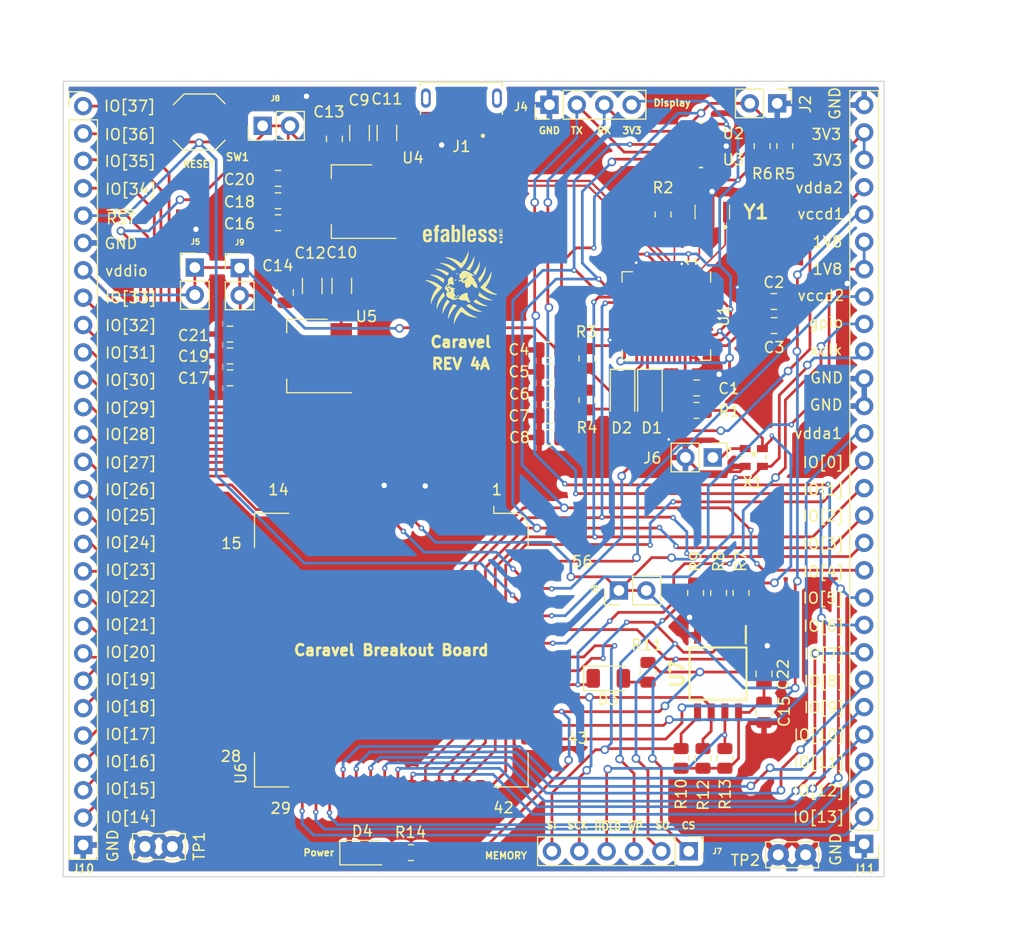
<source format=kicad_pcb>
(kicad_pcb (version 20211014) (generator pcbnew)
  (layers (0 "F.Cu" signal) (31 "B.Cu" signal) (34 "B.Paste" user) (35 "F.Paste" user) (36 "B.SilkS" user "B.Silkscreen") (37 "F.SilkS" user "F.Silkscreen") (38 "B.Mask" user) (39 "F.Mask" user) (44 "Edge.Cuts" user))
  (net 0 "")
  (net 1 "GND")
  (net 2 "Net-(C1-Pad2)")
  (net 3 "Net-(C2-Pad2)")
  (net 4 "Net-(C3-Pad2)")
  (net 5 "+5V")
  (net 6 "Net-(D1-Pad1)")
  (net 7 "Net-(D1-Pad2)")
  (net 8 "Net-(D2-Pad1)")
  (net 9 "Net-(D2-Pad2)")
  (net 10 "gpio")
  (net 11 "Net-(D3-Pad2)")
  (net 12 "FTDI_D-")
  (net 13 "FTDI_D+")
  (net 16 "UART_EN")
  (net 17 "xclk")
  (net 18 "vccd2")
  (net 19 "vdda2")
  (net 20 "vdda1")
  (net 21 "Net-(J6-Pad1)")
  (net 22 "Caravel_CSB")
  (net 23 "Caravel_D1")
  (net 24 "~{MEM_WP}")
  (net 25 "~{MEM_HOLD}")
  (net 26 "Caravel_D0")
  (net 27 "Caravel_SCK")
  (net 28 "Net-(R2-Pad2)")
  (net 29 "~{RST}")
  (net 30 "Net-(U1-Pad1)")
  (net 31 "Net-(U1-Pad2)")
  (net 32 "USB_SCK_TXD")
  (net 33 "USB_SO_RXD")
  (net 34 "USB_SI")
  (net 35 "USB_CS1")
  (net 50 "mprj_io[6]_ser_tx")
  (net 51 "mprj_io[5]_ser_rx")
  (net 52 "mprj_io[0]")
  (net 53 "mprj_io[7]")
  (net 54 "mprj_io[8]")
  (net 55 "mprj_io[9]")
  (net 56 "mprj_io[10]")
  (net 57 "mprj_io[11]")
  (net 58 "mprj_io[12]")
  (net 59 "mprj_io[13]")
  (net 60 "mprj_io[14]")
  (net 61 "mprj_io[15]")
  (net 62 "mprj_io[16]")
  (net 63 "mprj_io[17]")
  (net 64 "mprj_io[18]")
  (net 65 "mprj_io[19]")
  (net 66 "mprj_io[20]")
  (net 67 "mprj_io[21]")
  (net 68 "mprj_io[22]")
  (net 69 "mprj_io[23]")
  (net 70 "mprj_io[24]")
  (net 71 "mprj_io[25]")
  (net 72 "mprj_io[26]")
  (net 73 "mprj_io[27]")
  (net 74 "mprj_io[28]")
  (net 75 "mprj_io[29]")
  (net 76 "mprj_io[30]")
  (net 77 "mprj_io[31]")
  (net 78 "mprj_io[32]")
  (net 79 "mprj_io[33]")
  (net 80 "mprj_io[34]")
  (net 81 "mprj_io[35]")
  (net 82 "mprj_io[36]")
  (net 83 "mprj_io[37]")
  (net 84 "Net-(D4-Pad2)")
  (net 85 "vdda")
  (net 86 "vccd")
  (footprint "strive_foot_prints:FCI_10118193-0001LF" (layer "F.Cu") (at 136.96045 60.3177 180)
    (fp_text reference "J1")
    (fp_text value "USB_B_Micro - 10118193-0001LF")
  )
  (footprint "Package_TO_SOT_SMD:SOT-223" (layer "F.Cu") (at 122.6566 84.2518 180)
    (fp_text reference "U5")
    (fp_text value "AZ1117-3.3")
  )
  (footprint "LED_SMD:LED_1206_3216Metric" (layer "F.Cu") (at 150.59605 114.1749)
    (fp_text reference "D3")
    (fp_text value "LED - 17-215SURC/S530-A2/TR8")
  )
  (footprint "Capacitor_SMD:C_0805_2012Metric" (layer "F.Cu") (at 145.1254 83.693)
    (fp_text reference "C4")
    (fp_text value "0.1uf - CC0805KRX7R9BB104")
  )
  (footprint "strive_foot_prints:SOIC127P790X216-8N" (layer "F.Cu") (at 160.782 113.7344 -90)
    (fp_text reference "U7")
    (fp_text value "W25Q32FVSS" hide)
  )
  (footprint "Capacitor_SMD:C_1206_3216Metric" (layer "F.Cu") (at 123.1138 77.7494 -90)
    (fp_text reference "C12")
    (fp_text value "100uf - GRM31CR60J107ME39L")
  )
  (footprint "strive_foot_prints:SOT65P210X110-5N" (layer "F.Cu") (at 159.2072 63.3984)
    (fp_text reference "U2")
    (fp_text value "SN74LVC1G125DCKR")
  )
  (footprint "TestPoint:TestPoint_Bridge_Pitch2.54mm_Drill1.0mm" (layer "F.Cu") (at 110.1344 129.794 180)
    (fp_text reference "TP1")
    (fp_text value "TestPoint")
  )
  (footprint "Caravel_Board:ef_logo" (layer "F.Cu") (at 137.033 72.9488)
    (fp_text reference "T2" hide)
    (fp_text value "Logo" hide)
  )
  (footprint "Capacitor_SMD:C_0805_2012Metric" (layer "F.Cu") (at 145.1254 87.757)
    (fp_text reference "C6")
    (fp_text value "0.1uf - CC0805KRX7R9BB104")
  )
  (footprint "Capacitor_SMD:C_0805_2012Metric" (layer "F.Cu") (at 115.4836 86.2838)
    (fp_text reference "C17")
    (fp_text value "22uf - CC0805MKX5R5BB226")
  )
  (footprint "Connector_PinHeader_2.54mm:PinHeader_1x02_P2.54mm_Vertical" (layer "F.Cu") (at 112.2172 76.0426)
    (fp_text reference "J5")
    (fp_text value "Conn_01x02_Male")
  )
  (footprint "TestPoint:TestPoint_Bridge_Pitch2.54mm_Drill1.0mm" (layer "F.Cu") (at 168.91 130.556 180)
    (fp_text reference "TP2")
    (fp_text value "TestPoint")
  )
  (footprint "LED_SMD:LED_1206_3216Metric" (layer "F.Cu") (at 151.9174 87.7824 -90)
    (fp_text reference "D2")
    (fp_text value "LED - 17-215SURC/S530-A2/TR8")
  )
  (footprint "LED_SMD:LED_1206_3216Metric" (layer "F.Cu") (at 154.4574 87.7824 -90)
    (fp_text reference "D1")
    (fp_text value "LED - 17-215SURC/S530-A2/TR8")
  )
  (footprint "Connector_PinHeader_2.54mm:PinHeader_1x02_P2.54mm_Vertical" (layer "F.Cu") (at 166.2734 60.8076 -90)
    (fp_text reference "J2")
    (fp_text value "Conn_01x02_Female")
  )
  (footprint "Resistor_SMD:R_0805_2012Metric" (layer "F.Cu") (at 157.353 121.6084 -90)
    (fp_text reference "R10")
    (fp_text value "10k - RC0805FR-0710KL")
  )
  (footprint "Capacitor_SMD:C_0805_2012Metric" (layer "F.Cu") (at 165.0492 117.3226 90)
    (fp_text reference "C15")
    (fp_text value "0.1uf - CC0805KRX7R9BB104")
  )
  (footprint "Connector_PinHeader_2.54mm:PinHeader_1x04_P2.54mm_Vertical" (layer "F.Cu") (at 145.1356 60.9346 90)
    (fp_text reference "J4")
    (fp_text value "Conn_01x04_Female")
  )
  (footprint "Connector_PinHeader_2.54mm:PinHeader_1x06_P2.54mm_Vertical" (layer "F.Cu") (at 158.0642 130.2258 -90)
    (fp_text reference "J7")
    (fp_text value "Conn_01x06_Female")
  )
  (footprint "Capacitor_SMD:C_0805_2012Metric" (layer "F.Cu") (at 120.6246 78.359 -90)
    (fp_text reference "C14")
    (fp_text value "10uf - CC0805KKX5R8BB106")
  )
  (footprint "Resistor_SMD:R_0805_2012Metric" (layer "F.Cu") (at 132.2832 130.3528 180)
    (fp_text reference "R14")
    (fp_text value "82 - 0805W8F820JT5E")
  )
  (footprint "Resistor_SMD:R_0805_2012Metric" (layer "F.Cu") (at 166.9796 64.77 90)
    (fp_text reference "R5")
    (fp_text value "10k")
  )
  (footprint "Resistor_SMD:R_0805_2012Metric" (layer "F.Cu") (at 162.9156 106.2414 90)
    (fp_text reference "R7")
    (fp_text value "10k - RC0805FR-0710KL")
  )
  (footprint "Resistor_SMD:R_0805_2012Metric" (layer "F.Cu") (at 154.27905 113.6161 -90)
    (fp_text reference "R11")
    (fp_text value "82 - 0805W8F820JT5E")
  )
  (footprint "Resistor_SMD:R_0805_2012Metric" (layer "F.Cu") (at 164.8714 64.77 90)
    (fp_text reference "R6")
    (fp_text value "10k")
  )
  (footprint "Capacitor_SMD:C_0805_2012Metric" (layer "F.Cu") (at 145.1254 91.821)
    (fp_text reference "C8")
    (fp_text value "0.1uf - CC0805KRX7R9BB104")
  )
  (footprint "Capacitor_SMD:C_0805_2012Metric" (layer "F.Cu") (at 145.1254 85.725)
    (fp_text reference "C5")
    (fp_text value "0.1uf - CC0805KRX7R9BB104")
  )
  (footprint "strive_foot_prints:SW4-SMD-5.2X5.2X1.5MM" (layer "F.Cu") (at 112.6236 62.5348)
    (fp_text reference "SW1")
    (fp_text value "SW_Push - SKQGADE010")
  )
  (footprint "Resistor_SMD:R_0805_2012Metric" (layer "F.Cu") (at 160.8328 106.2414 90)
    (fp_text reference "R8")
    (fp_text value "10k - RC0805FR-0710KL")
  )
  (footprint "Resistor_SMD:R_0805_2012Metric" (layer "F.Cu") (at 161.417 121.6084 -90)
    (fp_text reference "R13")
    (fp_text value "10k - RC0805FR-0710KL")
  )
  (footprint "strive_foot_prints:DSC6001JE1A-010.0000" (layer "F.Cu") (at 164.10305 93.6752)
    (fp_text reference "X1")
    (fp_text value "DSC6001_10MHZ")
  )
  (footprint "Connector_PinHeader_2.54mm:PinHeader_1x28_P2.54mm_Vertical" (layer "F.Cu") (at 101.854 61.0616)
    (fp_text reference "J10")
    (fp_text value "Conn_01x27_Female")
  )
  (footprint "Resistor_SMD:R_0805_2012Metric" (layer "F.Cu") (at 158.7754 89.3064)
    (fp_text reference "R1")
    (fp_text value "10k - RC0805FR-0710KL")
  )
  (footprint "Capacitor_SMD:C_0805_2012Metric" (layer "F.Cu") (at 125.1712 64.1096 -90)
    (fp_text reference "C13")
    (fp_text value "10uf - CC0805KKX5R8BB106")
  )
  (footprint "Capacitor_SMD:C_0805_2012Metric" (layer "F.Cu") (at 165.0492 113.7598 90)
    (fp_text reference "C22")
    (fp_text value "0.1uf - CC0805KRX7R9BB104")
  )
  (footprint "Capacitor_SMD:C_0805_2012Metric" (layer "F.Cu") (at 115.4836 84.2518)
    (fp_text reference "C19")
    (fp_text value "10uf - CC0805KKX5R8BB106")
  )
  (footprint "Package_TO_SOT_SMD:SOT-223" (layer "F.Cu") (at 126.7972 69.9262 180)
    (fp_text reference "U4")
    (fp_text value "AZ1117CH-1.8TRG1")
  )
  (footprint "Capacitor_SMD:C_0805_2012Metric" (layer "F.Cu") (at 165.9636 79.1972 180)
    (fp_text reference "C2")
    (fp_text value "0.1uf - CC0805KRX7R9BB104")
  )
  (footprint "Capacitor_SMD:C_0805_2012Metric" (layer "F.Cu") (at 119.9392 67.7672)
    (fp_text reference "C20")
    (fp_text value "1uf")
  )
  (footprint "Capacitor_SMD:C_0805_2012Metric" (layer "F.Cu") (at 165.989 81.4324 180)
    (fp_text reference "C3")
    (fp_text value "0.1uf - CC0805KRX7R9BB104")
  )
  (footprint "Capacitor_SMD:C_0805_2012Metric" (layer "F.Cu") (at 119.9392 71.882)
    (fp_text reference "C16")
    (fp_text value "22uf - CC0805MKX5R5BB226")
  )
  (footprint "Resistor_SMD:R_0805_2012Metric" (layer "F.Cu") (at 148.6154 84.4804 90)
    (fp_text reference "R3")
    (fp_text value "150 - 0805W8J0151T5E")
  )
  (footprint "Resistor_SMD:R_0805_2012Metric" (layer "F.Cu") (at 148.6154 88.3412 90)
    (fp_text reference "R4")
    (fp_text value "150 - 0805W8J0151T5E")
  )
  (footprint "Connector_PinHeader_2.54mm:PinHeader_1x02_P2.54mm_Vertical" (layer "F.Cu") (at 160.29805 93.6752 -90)
    (fp_text reference "J6")
    (fp_text value "Conn_01x02_Male")
  )
  (footprint "Connector_PinHeader_2.54mm:PinHeader_1x02_P2.54mm_Vertical" (layer "F.Cu") (at 151.5822 106.0196 90)
    (fp_text reference "J3")
    (fp_text value "Conn_01x02_Male")
  )
  (footprint "Capacitor_SMD:C_1206_3216Metric" (layer "F.Cu") (at 127.508 63.5508 -90)
    (fp_text reference "C9")
    (fp_text value "100uf - GRM31CR60J107ME39L")
  )
  (footprint "Package_DFN_QFN:QFN-48-1EP_8x8mm_P0.5mm_EP6.2x6.2mm" (layer "F.Cu") (at 155.9814 80.5434 -90)
    (fp_text reference "U1")
    (fp_text value "FT232H")
  )
  (footprint "Capacitor_SMD:C_1206_3216Metric" (layer "F.Cu") (at 125.857 77.7494 -90)
    (fp_text reference "C10")
    (fp_text value "100uf - GRM31CR60J107ME39L")
  )
  (footprint "Connector_PinHeader_2.54mm:PinHeader_1x28_P2.54mm_Vertical" (layer "F.Cu") (at 174.3456 129.54 180)
    (fp_text reference "J11")
    (fp_text value "Conn_01x20_Female")
  )
  (footprint "strive_foot_prints:SOT65P210X110-5N" (layer "F.Cu") (at 159.2072 65.9892 180)
    (fp_text reference "U3")
    (fp_text value "SN74LVC1G125DCKR")
  )
  (footprint "Capacitor_SMD:C_0805_2012Metric" (layer "F.Cu") (at 158.8008 87.2236 180)
    (fp_text reference "C1")
    (fp_text value "0.01uf - CC0805JRX7R9BB103")
  )
  (footprint "LED_SMD:LED_1206_3216Metric" (layer "F.Cu") (at 127.9652 130.3528)
    (fp_text reference "D4")
    (fp_text value "LED - 17-215SURC/S530-A2/TR8")
  )
  (footprint "Capacitor_SMD:C_1206_3216Metric" (layer "F.Cu") (at 130.048 63.5508 -90)
    (fp_text reference "C11")
    (fp_text value "100uf - GRM31CR60J107ME39L")
  )
  (footprint "Capacitor_SMD:C_0805_2012Metric" (layer "F.Cu") (at 119.9392 69.85)
    (fp_text reference "C18")
    (fp_text value "10uf - CC0805KKX5R8BB106")
  )
  (footprint "Connector_PinHeader_2.54mm:PinHeader_1x02_P2.54mm_Vertical" (layer "F.Cu") (at 118.5114 62.8904 90)
    (fp_text reference "J8")
    (fp_text value "Conn_01x02_Male")
  )
  (footprint "strive_foot_prints:CSTNE12M0GH5L000R0" (layer "F.Cu") (at 160.2486 70.8914)
    (fp_text reference "Y1")
    (fp_text value "CSTNE12M0GH5L000R0" hide)
  )
  (footprint "Resistor_SMD:R_0805_2012Metric" (layer "F.Cu") (at 158.6992 106.2414 90)
    (fp_text reference "R9")
    (fp_text value "10k - RC0805FR-0710KL")
  )
  (footprint "Connector_PinHeader_2.54mm:PinHeader_1x02_P2.54mm_Vertical" (layer "F.Cu") (at 116.3828 76.0934)
    (fp_text reference "J9")
    (fp_text value "Conn_01x02_Male")
  )
  (footprint "Capacitor_SMD:C_0805_2012Metric" (layer "F.Cu") (at 145.1254 89.789)
    (fp_text reference "C7")
    (fp_text value "0.1uf - CC0805KRX7R9BB104")
  )
  (footprint "Resistor_SMD:R_0805_2012Metric" (layer "F.Cu") (at 159.385 121.6084 -90)
    (fp_text reference "R12")
    (fp_text value "10k - RC0805FR-0710KL")
  )
  (footprint "Caravel_Board:caravel_breakout_SMD" (layer "F.Cu") (at 117.7544 124.2568 90)
    (fp_text reference "U6")
    (fp_text value "caravel_breakout")
  )
  (footprint "Caravel_Board:logo" (layer "F.Cu") (at 136.906 77.9018)
    (fp_text reference "T1" hide)
    (fp_text value "Logo" hide)
  )
  (footprint "Resistor_SMD:R_0805_2012Metric" (layer "F.Cu") (at 155.6766 71.12 -90)
    (fp_text reference "R2")
    (fp_text value "12K 1% - 0805W8F1202T5E")
  )
  (footprint "Capacitor_SMD:C_0805_2012Metric" (layer "F.Cu") (at 115.4836 82.2198)
    (fp_text reference "C21")
    (fp_text value "1uf")
  )
  (gr_rect (start 100 58.756) (end 176.2 132.588) (layer "Edge.Cuts") (width 0.1) (fill none))
  (gr_text "xclk" (at 170.815 83.693) (layer "F.SilkS") (effects (font (size 1 1))))
  (gr_text "vdda1" (at 170.0784 91.44) (layer "F.SilkS") (effects (font (size 1 1))))
  (gr_text "IO[19]" (at 106.299 114.3) (layer "F.SilkS") (effects (font (size 1 1))))
  (gr_text "CS" (at 158.0388 127.8382) (layer "F.SilkS") (effects (font (size 0.635 0.635))))
  (gr_text "SO" (at 155.6258 127.8382) (layer "F.SilkS") (effects (font (size 0.635 0.635))))
  (gr_text "IO[5]" (at 170.5356 106.7308) (layer "F.SilkS") (effects (font (size 1 1))))
  (gr_text "IO[26]" (at 106.2736 96.6724) (layer "F.SilkS") (effects (font (size 1 1))))
  (gr_text "56" (at 148.1836 103.3272) (layer "F.SilkS") (effects (font (size 1 1))))
  (gr_text "IO[34]" (at 106.2736 68.7832) (layer "F.SilkS") (effects (font (size 1 1))))
  (gr_text "42" (at 140.8684 126.1872) (layer "F.SilkS") (effects (font (size 1 1))))
  (gr_text "IO[7]" (at 170.6372 111.9124) (layer "F.SilkS") (effects (font (size 1 1))))
  (gr_text "28" (at 115.57 121.412) (layer "F.SilkS") (effects (font (size 1 1))))
  (gr_text "IO[2]" (at 170.5356 99.1108) (layer "F.SilkS") (effects (font (size 1 1))))
  (gr_text "IO[0]" (at 170.5356 94.1324) (layer "F.SilkS") (effects (font (size 1 1))))
  (gr_text "gpio" (at 170.815 81.1276) (layer "F.SilkS") (effects (font (size 1 1))))
  (gr_text "14" (at 119.9896 96.6724) (layer "F.SilkS") (effects (font (size 1 1))))
  (gr_text "IO[23]" (at 106.299 104.14) (layer "F.SilkS") (effects (font (size 1 1))))
  (gr_text "IO[4]" (at 170.561 104.2924) (layer "F.SilkS") (effects (font (size 1 1))))
  (gr_text "SCK" (at 147.7518 127.8382) (layer "F.SilkS") (effects (font (size 0.635 0.635))))
  (gr_text "IO[13]" (at 170.1292 127.0508) (layer "F.SilkS") (effects (font (size 1 1))))
  (gr_text "vdda2" (at 170.18 68.6308) (layer "F.SilkS") (effects (font (size 1 1))))
  (gr_text "IO[33]" (at 106.2736 78.8416) (layer "F.SilkS") (effects (font (size 1 1))))
  (gr_text "GND" (at 171.6278 60.8076 90) (layer "F.SilkS") (effects (font (size 1 1))))
  (gr_text "IO[37]" (at 106.172 61.0616) (layer "F.SilkS") (effects (font (size 1 1))))
  (gr_text "REV 4A" (at 136.906 84.9884) (layer "F.SilkS") (effects (font (size 1 1) (thickness 0.25))))
  (gr_text "IO[20]" (at 106.299 111.76) (layer "F.SilkS") (effects (font (size 1 1))))
  (gr_text "1\n" (at 158.2674 75.4634 90) (layer "F.SilkS") (effects (font (size 1 1))))
  (gr_text "GND" (at 145.1256 63.3286) (layer "F.SilkS") (effects (font (size 0.635 0.635))))
  (gr_text "3V3" (at 170.8404 63.6778) (layer "F.SilkS") (effects (font (size 1 1))))
  (gr_text "43" (at 147.7772 119.7356) (layer "F.SilkS") (effects (font (size 1 1))))
  (gr_text "IO[10]" (at 170.18 119.4308) (layer "F.SilkS") (effects (font (size 1 1))))
  (gr_text "IO[32]" (at 106.2736 81.4324) (layer "F.SilkS") (effects (font (size 1 1))))
  (gr_text "29" (at 120.1928 126.238) (layer "F.SilkS") (effects (font (size 1 1))))
  (gr_text "GND" (at 105.3592 73.8124) (layer "F.SilkS") (effects (font (size 1 1))))
  (gr_text "IO[8]" (at 170.6372 114.4524) (layer "F.SilkS") (effects (font (size 1 1))))
  (gr_text "IO[18]" (at 106.299 116.84) (layer "F.SilkS") (effects (font (size 1 1))))
  (gr_text "15" (at 115.6208 101.6508) (layer "F.SilkS") (effects (font (size 1 1))))
  (gr_text "~{WP}" (at 153.0858 127.9652) (layer "F.SilkS") (effects (font (size 0.635 0.635))))
  (gr_text "IO[35]" (at 106.2228 66.1924) (layer "F.SilkS") (effects (font (size 1 1))))
  (gr_text "1V8" (at 170.942 76.2) (layer "F.SilkS") (effects (font (size 1 1))))
  (gr_text "IO[24]" (at 106.299 101.6) (layer "F.SilkS") (effects (font (size 1 1))))
  (gr_text "MEMORY" (at 141.097 130.6322) (layer "F.SilkS") (effects (font (size 0.635 0.635))))
  (gr_text "GND" (at 104.5972 129.7178 90) (layer "F.SilkS") (effects (font (size 1 1))))
  (gr_text "3V3" (at 152.7936 63.3286) (layer "F.SilkS") (effects (font (size 0.635 0.635))))
  (gr_text "IO[1]" (at 170.561 96.6724) (layer "F.SilkS") (effects (font (size 1 1))))
  (gr_text "IO[6]" (at 170.5864 109.3216) (layer "F.SilkS") (effects (font (size 1 1))))
  (gr_text "IO[29]" (at 106.2736 89.1032) (layer "F.SilkS") (effects (font (size 1 1))))
  (gr_text "IO[22]" (at 106.299 106.68) (layer "F.SilkS") (effects (font (size 1 1))))
  (gr_text "Power" (at 123.7234 130.3528) (layer "F.SilkS") (effects (font (size 0.635 0.635))))
  (gr_text "GND" (at 170.815 88.7984) (layer "F.SilkS") (effects (font (size 1 1))))
  (gr_text "IO[12]" (at 170.1292 124.6124) (layer "F.SilkS") (effects (font (size 1 1))))
  (gr_text "IO[11]" (at 170.18 121.9708) (layer "F.SilkS") (effects (font (size 1 1))))
  (gr_text "IO[30]" (at 106.2736 86.5124) (layer "F.SilkS") (effects (font (size 1 1))))
  (gr_text "RX" (at 150.2056 63.3286) (layer "F.SilkS") (effects (font (size 0.635 0.635))))
  (gr_text "IO[27]" (at 106.2736 94.1832) (layer "F.SilkS") (effects (font (size 1 1))))
  (gr_text "~{RST}" (at 105.3592 71.5264) (layer "F.SilkS") (effects (font (size 1 1))))
  (gr_text "IO[9]" (at 170.6372 116.8908) (layer "F.SilkS") (effects (font (size 1 1))))
  (gr_text "IO[25]" (at 106.299 99.06) (layer "F.SilkS") (effects (font (size 1 1))))
  (gr_text "IO[17]" (at 106.299 119.38) (layer "F.SilkS") (effects (font (size 1 1))))
  (gr_text "IO[21]" (at 106.299 109.22) (layer "F.SilkS") (effects (font (size 1 1))))
  (gr_text "IO[31]" (at 106.2736 83.9724) (layer "F.SilkS") (effects (font (size 1 1))))
  (gr_text "IO[36]" (at 106.2228 63.7032) (layer "F.SilkS") (effects (font (size 1 1))))
  (gr_text "1V8" (at 170.942 73.66) (layer "F.SilkS") (effects (font (size 1 1))))
  (gr_text "GND" (at 171.704 130.048 90) (layer "F.SilkS") (effects (font (size 1 1))))
  (gr_text "SI" (at 145.3388 127.8382) (layer "F.SilkS") (effects (font (size 0.635 0.635))))
  (gr_text "IO[14]" (at 106.3244 127.0762) (layer "F.SilkS") (effects (font (size 1 1))))
  (gr_text "GND" (at 170.8658 86.2838) (layer "F.SilkS") (effects (font (size 1 1))))
  (gr_text "IO[15]" (at 106.299 124.46) (layer "F.SilkS") (effects (font (size 1 1))))
  (gr_text "vddio" (at 105.8672 76.3524) (layer "F.SilkS") (effects (font (size 1 1))))
  (gr_text "Display\n" (at 156.5148 60.7568) (layer "F.SilkS") (effects (font (size 0.635 0.635))))
  (gr_text "IO[3]" (at 170.561 101.7016) (layer "F.SilkS") (effects (font (size 1 1))))
  (gr_text "~{HOLD}" (at 150.5458 127.9652) (layer "F.SilkS") (effects (font (size 0.635 0.635))))
  (gr_text "vccd2" (at 170.3324 78.6384) (layer "F.SilkS") (effects (font (size 1 1))))
  (gr_text "IO[16]" (at 106.299 121.92) (layer "F.SilkS") (effects (font (size 1 1))))
  (gr_text "Caravel" (at 136.906 82.9564) (layer "F.SilkS") (effects (font (size 1 1) (thickness 0.25))))
  (gr_text "vccd1" (at 170.307 71.0692) (layer "F.SilkS") (effects (font (size 1 1))))
  (gr_text "1\n" (at 140.2588 96.6724) (layer "F.SilkS") (effects (font (size 1 1))))
  (gr_text "RESET" (at 112.5728 66.4464) (layer "F.SilkS") (effects (font (size 0.635 0.635))))
  (gr_text "IO[28]" (at 106.2736 91.5416) (layer "F.SilkS") (effects (font (size 1 1))))
  (gr_text "3V3" (at 170.942 66.0908) (layer "F.SilkS") (effects (font (size 1 1))))
  (gr_text "TX" (at 147.6656 63.3286) (layer "F.SilkS") (effects (font (size 0.635 0.635))))
  (gr_text "Caravel Breakout Board" (at 130.4544 111.5568) (layer "F.SilkS") (effects (font (size 1 1) (thickness 0.25))))
  (segment (start 144.1754 85.725) (end 144.1754 87.757) (width 0.254) (layer "F.Cu") (net 1))
  (segment (start 144.1754 87.757) (end 144.1754 89.789) (width 0.254) (layer "F.Cu") (net 1))
  (segment (start 158.877 110.1344) (end 158.877 109.2454) (width 0.254) (layer "F.Cu") (net 1))
  (segment (start 150.7744 82.7645) (end 150.8033 82.7934) (width 0.254) (layer "F.Cu") (net 1))
  (segment (start 121.9792 77.409) (end 123.1138 76.2744) (width 0.254) (layer "F.Cu") (net 1))
  (segment (start 159.8564 78.2934) (end 159.8564 77.7934) (width 0.254) (layer "F.Cu") (net 1))
  (segment (start 159.7508 87.2236) (end 159.7508 85.3813) (width 0.254) (layer "F.Cu") (net 1))
  (segment (start 144.1754 91.821) (end 144.1754 89.789) (width 0.254) (layer "F.Cu") (net 1))
  (segment (start 123.1138 76.2744) (end 125.857 76.2744) (width 0.254) (layer "F.Cu") (net 1))
  (segment (start 153.1874 75.5904) (end 153.9494 75.5904) (width 0.254) (layer "F.Cu") (net 1))
  (segment (start 158.2314 84.4184) (end 158.7314 84.4184) (width 0.254) (layer "F.Cu") (net 1))
  (segment (start 154.7314 76.6684) (end 154.2314 76.6684) (width 0.254) (layer "F.Cu") (net 1))
  (segment (start 159.004 64.0588) (end 159.6136 63.4492) (width 0.254) (layer "F.Cu") (net 1))
  (segment (start 158.877 109.2454) (end 158.1404 108.5088) (width 0.254) (layer "F.Cu") (net 1))
  (segment (start 118.9892 71.882) (end 118.9892 69.85) (width 0.254) (layer "F.Cu") (net 1))
  (segment (start 150.8033 82.7934) (end 151.7254 82.7934) (width 0.254) (layer "F.Cu") (net 1))
  (segment (start 159.8564 81.2934) (end 159.8564 80.7934) (width 0.254) (layer "F.Cu") (net 1))
  (segment (start 161.2714 77.7934) (end 159.4754 77.7934) (width 0.254) (layer "F.Cu") (net 1))
  (segment (start 159.8564 80.7934) (end 160.9304 80.7934) (width 0.254) (layer "F.Cu") (net 1))
  (segment (start 161.544 64.1604) (end 161.544 64.77) (width 0.254) (layer "F.Cu") (net 1))
  (segment (start 144.1754 83.693) (end 144.1754 85.725) (width 0.254) (layer "F.Cu") (net 1))
  (segment (start 135.66045 62.9927) (end 135.66045 64.13595) (width 0.254) (layer "F.Cu") (net 1))
  (segment (start 159.07885 94.996) (end 157.75805 93.6752) (width 0.254) (layer "F.Cu") (net 1))
  (segment (start 159.7508 85.3813) (end 158.7879 84.4184) (width 0.254) (layer "F.Cu") (net 1))
  (segment (start 153.7314 76.6684) (end 154.2314 76.6684) (width 0.254) (layer "F.Cu") (net 1))
  (segment (start 158.1658 64.0588) (end 159.004 64.0588) (width 0.254) (layer "F.Cu") (net 1))
  (segment (start 118.9384 67.818) (end 118.9892 67.7672) (width 0.254) (layer "F.Cu") (net 1))
  (segment (start 160.2486 65.3288) (end 160.9852 65.3288) (width 0.254) (layer "F.Cu") (net 1))
  (segment (start 160.9304 80.7934) (end 160.9344 80.7974) (width 0.254) (layer "F.Cu") (net 1))
  (segment (start 152.1064 82.2934) (end 152.1064 82.7934) (width 0.254) (layer "F.Cu") (net 1))
  (segment (start 135.66045 64.13595) (end 135.128 64.6684) (width 0.254) (layer "F.Cu") (net 1))
  (segment (start 157.2314 75.88347) (end 157.2314 76.6684) (width 0.1524) (layer "F.Cu") (net 1))
  (segment (start 162.5854 77.8764) (end 162.5024 77.7934) (width 0.254) (layer "F.Cu") (net 1))
  (segment (start 154.2314 75.8724) (end 154.2314 76.6684) (width 0.254) (layer "F.Cu") (net 1))
  (segment (start 157.2314 75.88347) (end 157.414826 75.700044) (width 0.1524) (layer "F.Cu") (net 1))
  (segment (start 163.30295 94.5007) (end 162.80765 94.996) (width 0.254) (layer "F.Cu") (net 1))
  (segment (start 159.6136 63.4492) (end 160.8328 63.4492) (width 0.254) (layer "F.Cu") (net 1))
  (segment (start 160.2486 70.8914) (end 160.2486 69.0118) (width 0.254) (layer "F.Cu") (net 1))
  (segment (start 160.8328 63.4492) (end 161.544 64.1604) (width 0.254) (layer "F.Cu") (net 1))
  (segment (start 160.2486 69.0118) (end 160.2232 68.9864) (width 0.254) (layer "F.Cu") (net 1))
  (segment (start 160.9852 65.3288) (end 161.544 64.77) (width 0.254) (layer "F.Cu") (net 1))
  (segment (start 166.9136 81.2292) (end 166.9136 79.1972) (width 0.254) (layer "F.Cu") (net 1))
  (segment (start 120.6246 77.409) (end 121.9792 77.409) (width 0.254) (layer "F.Cu") (net 1))
  (segment (start 162.5024 77.7934) (end 161.2714 77.7934) (width 0.254) (layer "F.Cu") (net 1))
  (segment (start 162.80765 94.996) (end 159.07885 94.996) (width 0.254) (layer "F.Cu") (net 1))
  (segment (start 118.9892 67.7672) (end 118.9892 69.85) (width 0.254) (layer "F.Cu") (net 1))
  (segment (start 153.9494 75.5904) (end 154.2314 75.8724) (width 0.254) (layer "F.Cu") (net 1))
  (via (at 165.354 111.1504) (size 0.8) (drill 0.5) (layers "F.Cu" "B.Cu") (net 1))
  (via (at 133.604 96.3168) (size 0.8) (drill 0.5) (layers "F.Cu" "B.Cu") (net 1))
  (via (at 150.7744 82.7645) (size 0.5) (drill 0.25) (layers "F.Cu" "B.Cu") (net 1))
  (via (at 172.7708 77.5208) (size 0.8) (drill 0.5) (layers "F.Cu" "B.Cu") (net 1))
  (via (at 129.794 96.266) (size 0.8) (drill 0.5) (layers "F.Cu" "B.Cu") (net 1))
  (via (at 160.8836 85.9536) (size 0.8) (drill 0.5) (layers "F.Cu" "B.Cu") (net 1))
  (via (at 156.21 91.9988) (size 0.5) (drill 0.25) (layers "F.Cu" "B.Cu") (net 1))
  (via (at 161.544 64.77) (size 0.8) (drill 0.5) (layers "F.Cu" "B.Cu") (net 1))
  (via (at 112.3188 72.4916) (size 0.8) (drill 0.5) (layers "F.Cu" "B.Cu") (net 1))
  (via (at 122.5804 60.1472) (size 0.8) (drill 0.5) (layers "F.Cu" "B.Cu") (net 1))
  (via (at 153.1874 75.5904) (size 0.5) (drill 0.25) (layers "F.Cu" "B.Cu") (net 1))
  (via (at 158.1404 108.5088) (size 0.8) (drill 0.5) (layers "F.Cu" "B.Cu") (net 1))
  (via (at 162.5854 77.8764) (size 0.5) (drill 0.25) (layers "F.Cu" "B.Cu") (net 1))
  (via (at 160.9344 80.7974) (size 0.5) (drill 0.25) (layers "F.Cu" "B.Cu") (net 1))
  (via (at 160.2232 68.9864) (size 0.8) (drill 0.5) (layers "F.Cu" "B.Cu") (net 1))
  (via (at 157.414826 75.700044) (size 0.5) (drill 0.25) (layers "F.Cu" "B.Cu") (net 1))
  (via (at 135.128 64.6684) (size 0.8) (drill 0.5) (layers "F.Cu" "B.Cu") (net 1))
  (segment (start 162.5854 77.8764) (end 162.5854 80.1624) (width 0.254) (layer "B.Cu") (net 1))
  (segment (start 157.305182 75.5904) (end 153.406688 75.5904) (width 0.254) (layer "B.Cu") (net 1))
  (segment (start 153.406688 75.5904) (end 153.297044 75.700044) (width 0.254) (layer "B.Cu") (net 1))
  (segment (start 174.3456 89.0524) (end 174.3456 89.0016) (width 0.254) (layer "B.Cu") (net 1))
  (segment (start 157.414826 75.700044) (end 157.305182 75.5904) (width 0.254) (layer "B.Cu") (net 1))
  (segment (start 161.9504 80.7974) (end 160.9344 80.7974) (width 0.254) (layer "B.Cu") (net 1))
  (segment (start 153.297044 75.700044) (end 153.1874 75.5904) (width 0.1524) (layer "B.Cu") (net 1))
  (segment (start 162.5854 80.1624) (end 161.9504 80.7974) (width 0.254) (layer "B.Cu") (net 1))
  (segment (start 157.8629 89.3064) (end 157.8629 87.2357) (width 0.254) (layer "F.Cu") (net 2))
  (segment (start 157.7314 87.1042) (end 157.8508 87.2236) (width 0.254) (layer "F.Cu") (net 2))
  (segment (start 157.8629 87.2357) (end 157.8508 87.2236) (width 0.254) (layer "F.Cu") (net 2))
  (segment (start 157.7314 84.4184) (end 157.7314 87.1042) (width 0.254) (layer "F.Cu") (net 2))
  (segment (start 164.6936 79.1972) (end 165.0136 79.1972) (width 0.254) (layer "F.Cu") (net 3))
  (segment (start 159.4754 82.7934) (end 161.0974 82.7934) (width 0.254) (layer "F.Cu") (net 3))
  (segment (start 161.0974 82.7934) (end 164.6936 79.1972) (width 0.254) (layer "F.Cu") (net 3))
  (segment (start 163.4744 81.4324) (end 164.8104 81.4324) (width 0.254) (layer "F.Cu") (net 4))
  (segment (start 161.6134 83.2934) (end 163.4744 81.4324) (width 0.254) (layer "F.Cu") (net 4))
  (segment (start 159.4754 83.2934) (end 161.6134 83.2934) (width 0.254) (layer "F.Cu") (net 4))
  (segment (start 130.048 64.422328) (end 130.048 64.5428) (width 0.254) (layer "F.Cu") (net 5))
  (segment (start 129.9472 64.6444) (end 130.0484 64.5432) (width 0.254) (layer "F.Cu") (net 5))
  (segment (start 129.9472 67.6262) (end 129.9472 64.6444) (width 0.254) (layer "F.Cu") (net 5))
  (segment (start 123.1138 79.2244) (end 125.857 79.2244) (width 0.254) (layer "F.Cu") (net 5))
  (segment (start 130.415 67.6262) (end 129.9472 67.6262) (width 0.254) (layer "F.Cu") (net 5))
  (segment (start 132.748328 61.722) (end 130.048 64.422328) (width 0.254) (layer "F.Cu") (net 5))
  (segment (start 127.5084 65.024) (end 130.0484 65.024) (width 0.254) (layer "F.Cu") (net 5))
  (segment (start 125.857 79.2244) (end 127.4808 79.2244) (width 0.254) (layer "F.Cu") (net 5))
  (segment (start 120.6246 79.309) (end 123.0292 79.309) (width 0.254) (layer "F.Cu") (net 5))
  (segment (start 127.4808 79.2244) (end 132.08 74.6252) (width 0.254) (layer "F.Cu") (net 5))
  (segment (start 138.0998 61.722) (end 132.748328 61.722) (width 0.254) (layer "F.Cu") (net 5))
  (segment (start 130.048 64.5428) (end 130.0484 64.5432) (width 0.254) (layer "F.Cu") (net 5))
  (segment (start 138.26045 62.9927) (end 138.26045 61.88265) (width 0.254) (layer "F.Cu") (net 5))
  (segment (start 138.26045 61.88265) (end 138.0998 61.722) (width 0.254) (layer "F.Cu") (net 5))
  (segment (start 132.08 74.6252) (end 132.08 69.2912) (width 0.254) (layer "F.Cu") (net 5))
  (segment (start 132.08 69.2912) (end 130.415 67.6262) (width 0.254) (layer "F.Cu") (net 5))
  (segment (start 125.1881 65.024) (end 127.4911 65.024) (width 0.254) (layer "F.Cu") (net 5))
  (segment (start 123.0292 79.309) (end 123.1138 79.2244) (width 0.254) (layer "F.Cu") (net 5))
  (segment (start 130.1736 64.6684) (end 130.0484 64.5432) (width 0.254) (layer "F.Cu") (net 5))
  (segment (start 125.8066 81.9518) (end 125.8066 79.2748) (width 0.254) (layer "F.Cu") (net 5))
  (segment (start 125.8066 79.2748) (end 125.857 79.2244) (width 0.254) (layer "F.Cu") (net 5))
  (segment (start 154.2314 84.4184) (end 154.2314 85.9024) (width 0.254) (layer "F.Cu") (net 6))
  (segment (start 154.2314 85.9024) (end 154.4574 86.1284) (width 0.254) (layer "F.Cu") (net 6))
  (segment (start 151.0049 87.7824) (end 148.6154 85.3929) (width 0.254) (layer "F.Cu") (net 7))
  (segment (start 153.0574 87.7824) (end 151.0049 87.7824) (width 0.254) (layer "F.Cu") (net 7))
  (segment (start 154.4574 89.1824) (end 153.0574 87.7824) (width 0.254) (layer "F.Cu") (net 7))
  (segment (start 153.7314 85.029398) (end 152.378398 86.3824) (width 0.254) (layer "F.Cu") (net 8))
  (segment (start 153.7314 84.4184) (end 153.7314 85.029398) (width 0.254) (layer "F.Cu") (net 8))
  (segment (start 152.378398 86.3824) (end 151.9174 86.3824) (width 0.254) (layer "F.Cu") (net 8))
  (segment (start 148.59 89.2791) (end 148.6867 89.1824) (width 0.254) (layer "F.Cu") (net 9))
  (segment (start 148.6867 89.1824) (end 151.9174 89.1824) (width 0.254) (layer "F.Cu") (net 9))
  (segment (start 156.6672 107.0864) (end 156.6672 106.2228) (width 0.254) (layer "F.Cu") (net 10))
  (segment (start 156.6672 104.5464) (end 157.5816 103.632) (width 0.254) (layer "F.Cu") (net 10))
  (segment (start 143.5248 114.7572) (end 143.5044 114.7368) (width 0.254) (layer "F.Cu") (net 10))
  (segment (start 151.5364 108.0516) (end 155.702 108.0516) (width 0.254) (layer "F.Cu") (net 10))
  (segment (start 157.6832 103.5304) (end 161.8488 103.5304) (width 0.254) (layer "F.Cu") (net 10))
  (segment (start 148.61375 114.7572) (end 147.7772 114.7572) (width 0.254) (layer "F.Cu") (net 10))
  (segment (start 170.3324 85.0392) (end 170.3324 83.3628) (width 0.254) (layer "F.Cu") (net 10))
  (segment (start 167.0304 94.6219) (end 167.0304 88.3412) (width 0.254) (layer "F.Cu") (net 10))
  (segment (start 157.5816 103.632) (end 157.6832 103.5304) (width 0.254) (layer "F.Cu") (net 10))
  (segment (start 147.7772 114.7572) (end 143.5248 114.7572) (width 0.254) (layer "F.Cu") (net 10))
  (segment (start 156.6672 106.2228) (end 156.6672 104.5464) (width 0.254) (layer "F.Cu") (net 10))
  (segment (start 166.116 95.5363) (end 167.0304 94.6219) (width 0.254) (layer "F.Cu") (net 10))
  (segment (start 155.702 108.0516) (end 156.6672 107.0864) (width 0.254) (layer "F.Cu") (net 10))
  (segment (start 167.0304 88.3412) (end 170.3324 85.0392) (width 0.254) (layer "F.Cu") (net 10))
  (segment (start 150.7236 108.8644) (end 151.5364 108.0516) (width 0.254) (layer "F.Cu") (net 10))
  (segment (start 149.19605 114.1749) (end 148.61375 114.7572) (width 0.254) (layer "F.Cu") (net 10))
  (via (at 166.116 95.5363) (size 0.8) (drill 0.5) (layers "F.Cu" "B.Cu") (net 10))
  (via (at 150.7236 108.8644) (size 0.5) (drill 0.25) (layers "F.Cu" "B.Cu") (net 10))
  (via (at 147.7772 114.7572) (size 0.5) (drill 0.25) (layers "F.Cu" "B.Cu") (net 10))
  (via (at 161.8488 103.5304) (size 0.5) (drill 0.25) (layers "F.Cu" "B.Cu") (net 10))
  (via (at 170.3324 83.3628) (size 0.8) (drill 0.5) (layers "F.Cu" "B.Cu") (net 10))
  (segment (start 147.7772 114.7572) (end 147.7772 111.8108) (width 0.254) (layer "B.Cu") (net 10))
  (segment (start 166.116 95.6056) (end 163.1188 98.6028) (width 0.254) (layer "B.Cu") (net 10))
  (segment (start 147.7772 111.8108) (end 150.7236 108.8644) (width 0.254) (layer "B.Cu") (net 10))
  (segment (start 172.4152 81.28) (end 174.3456 81.28) (width 0.254) (layer "B.Cu") (net 10))
  (segment (start 166.116 95.5363) (end 166.116 95.6056) (width 0.254) (layer "B.Cu") (net 10))
  (segment (start 163.1188 98.6028) (end 163.1188 102.2604) (width 0.254) (layer "B.Cu") (net 10))
  (segment (start 163.1188 102.2604) (end 161.8488 103.5304) (width 0.254) (layer "B.Cu") (net 10))
  (segment (start 170.3324 83.3628) (end 172.4152 81.28) (width 0.254) (layer "B.Cu") (net 10))
  (segment (start 154.27905 114.5286) (end 152.34975 114.5286) (width 0.254) (layer "F.Cu") (net 11))
  (segment (start 138.967 67.9994) (end 137.61045 66.64285) (width 0.2) (layer "F.Cu") (net 12))
  (segment (start 156.2314 76.6684) (end 156.2354 76.6644) (width 0.2) (layer "F.Cu") (net 12))
  (segment (start 137.61045 66.64285) (end 137.61045 62.9927) (width 0.2) (layer "F.Cu") (net 12))
  (segment (start 148.8864 67.9994) (end 138.967 67.9994) (width 0.2) (layer "F.Cu") (net 12))
  (segment (start 156.2354 75.3484) (end 148.8864 67.9994) (width 0.2) (layer "F.Cu") (net 12))
  (segment (start 156.2354 76.6644) (end 156.2354 75.3484) (width 0.2) (layer "F.Cu") (net 12))
  (segment (start 136.96045 62.9927) (end 136.96045 66.66665) (width 0.2) (layer "F.Cu") (net 13))
  (segment (start 155.7314 75.4808) (end 155.7314 76.6684) (width 0.2) (layer "F.Cu") (net 13))
  (segment (start 136.96045 66.66665) (end 138.7432 68.4494) (width 0.2) (layer "F.Cu") (net 13))
  (segment (start 148.7 68.4494) (end 155.7314 75.4808) (width 0.2) (layer "F.Cu") (net 13))
  (segment (start 138.7432 68.4494) (end 148.7 68.4494) (width 0.2) (layer "F.Cu") (net 13))
  (segment (start 160.2486 66.6496) (end 162.0793 66.6496) (width 0.254) (layer "F.Cu") (net 16))
  (segment (start 164.8714 61.9456) (end 164.8714 63.8575) (width 0.254) (layer "F.Cu") (net 16))
  (segment (start 166.9796 63.8575) (end 164.8714 63.8575) (width 0.254) (layer "F.Cu") (net 16))
  (segment (start 162.0793 66.6496) (end 164.8714 63.8575) (width 0.254) (layer "F.Cu") (net 16))
  (segment (start 146.2532 80.1624) (end 147.8842 81.7934) (width 0.254) (layer "F.Cu") (net 16))
  (segment (start 147.8842 81.7934) (end 151.7254 81.7934) (width 0.254) (layer "F.Cu") (net 16))
  (segment (start 146.2532 75.5904) (end 146.2532 80.1624) (width 0.254) (layer "F.Cu") (net 16))
  (segment (start 149.2504 74.2188) (end 147.6248 74.2188) (width 0.254) (layer "F.Cu") (net 16))
  (segment (start 163.7334 60.8076) (end 164.8714 61.9456) (width 0.254) (layer "F.Cu") (net 16))
  (segment (start 158.1658 62.738) (end 160.0962 60.8076) (width 0.254) (layer "F.Cu") (net 16))
  (segment (start 147.6248 74.2188) (end 146.2532 75.5904) (width 0.254) (layer "F.Cu") (net 16))
  (segment (start 160.0962 60.8076) (end 163.7334 60.8076) (width 0.254) (layer "F.Cu") (net 16))
  (via (at 149.2504 74.2188) (size 0.5) (drill 0.25) (layers "F.Cu" "B.Cu") (net 16))
  (via (at 159.2072 61.722) (size 0.8) (drill 0.5) (layers "F.Cu" "B.Cu") (net 16))
  (segment (start 157.0736 61.722) (end 159.2072 61.722) (width 0.254) (layer "B.Cu") (net 16))
  (segment (start 149.3012 74.168) (end 149.3012 69.4944) (width 0.254) (layer "B.Cu") (net 16))
  (segment (start 149.3012 69.4944) (end 157.0736 61.722) (width 0.254) (layer "B.Cu") (net 16))
  (segment (start 149.2504 74.2188) (end 149.3012 74.168) (width 0.254) (layer "B.Cu") (net 16))
  (segment (start 162.4076 95.5363) (end 163.86755 95.5363) (width 0.254) (layer "F.Cu") (net 17))
  (segment (start 163.86755 95.5363) (end 164.90315 94.5007) (width 0.254) (layer "F.Cu") (net 17))
  (segment (start 166.4716 93.726) (end 165.6969 94.5007) (width 0.254) (layer "F.Cu") (net 17))
  (segment (start 166.4716 87.884) (end 166.4716 93.726) (width 0.254) (layer "F.Cu") (net 17))
  (segment (start 169.0624 85.2932) (end 166.4716 87.884) (width 0.254) (layer "F.Cu") (net 17))
  (segment (start 165.6969 94.5007) (end 164.90315 94.5007) (width 0.254) (layer "F.Cu") (net 17))
  (segment (start 145.3388 108.3748) (end 143.1544 108.3748) (width 0.254) (layer "F.Cu") (net 17))
  (segment (start 169.0624 85.09) (end 169.0624 85.2932) (width 0.254) (layer "F.Cu") (net 17))
  (via (at 145.3388 108.3564) (size 0.5) (drill 0.25) (layers "F.Cu" "B.Cu") (net 17))
  (via (at 162.4076 95.5363) (size 0.5) (drill 0.25) (layers "F.Cu" "B.Cu") (net 17))
  (via (at 169.0624 85.09) (size 0.8) (drill 0.5) (layers "F.Cu" "B.Cu") (net 17))
  (segment (start 158.0896 104.7496) (end 150.2156 104.7496) (width 0.254) (layer "B.Cu") (net 17))
  (segment (start 162.1536 100.6856) (end 158.0896 104.7496) (width 0.254) (layer "B.Cu") (net 17))
  (segment (start 162.1536 95.7903) (end 162.1536 100.6856) (width 0.254) (layer "B.Cu") (net 17))
  (segment (start 169.0624 85.09) (end 169.7228 84.4296) (width 0.254) (layer "B.Cu") (net 17))
  (segment (start 146.6088 108.3564) (end 145.3388 108.3564) (width 0.254) (layer "B.Cu") (net 17))
  (segment (start 162.4076 95.5363) (end 162.1536 95.7903) (width 0.254) (layer "B.Cu") (net 17))
  (segment (start 150.2156 104.7496) (end 146.6088 108.3564) (width 0.254) (layer "B.Cu") (net 17))
  (segment (start 173.736 84.4296) (end 174.3456 83.82) (width 0.254) (layer "B.Cu") (net 17))
  (segment (start 169.7228 84.4296) (end 173.736 84.4296) (width 0.254) (layer "B.Cu") (net 17))
  (segment (start 153.2128 102.9716) (end 152.8826 103.3018) (width 0.254) (layer "F.Cu") (net 18))
  (segment (start 143.5094 103.3018) (end 143.5044 103.3068) (width 0.254) (layer "F.Cu") (net 18))
  (segment (start 152.8826 103.3018) (end 143.5094 103.3018) (width 0.254) (layer "F.Cu") (net 18))
  (via (at 153.2128 102.9716) (size 0.8) (drill 0.5) (layers "F.Cu" "B.Cu") (net 18))
  (segment (start 157.290439 92.546289) (end 157.999311 92.546289) (width 0.254) (layer "B.Cu") (net 18))
  (segment (start 157.999311 92.546289) (end 171.8056 78.74) (width 0.254) (layer "B.Cu") (net 18))
  (segment (start 153.2128 102.9716) (end 153.3144 102.87) (width 0.254) (layer "B.Cu") (net 18))
  (segment (start 171.8056 78.74) (end 174.3456 78.74) (width 0.254) (layer "B.Cu") (net 18))
  (segment (start 153.3144 96.522328) (end 157.290439 92.546289) (width 0.254) (layer "B.Cu") (net 18))
  (segment (start 153.3144 102.87) (end 153.3144 96.522328) (width 0.254) (layer "B.Cu") (net 18))
  (segment (start 152.0444 95.0468) (end 151.8412 95.25) (width 0.254) (layer "F.Cu") (net 19))
  (segment (start 174.3456 68.58) (end 169.3164 73.6092) (width 0.254) (layer "F.Cu") (net 19))
  (segment (start 169.3164 83.6168) (end 167.2844 85.6488) (width 0.254) (layer "F.Cu") (net 19))
  (segment (start 145.3388 105.8348) (end 143.1544 105.8348) (width 0.254) (layer "F.Cu") (net 19))
  (segment (start 152.0698 95.0468) (end 152.0444 95.0468) (width 0.254) (layer "F.Cu") (net 19))
  (segment (start 155.9306 91.186) (end 152.0698 95.0468) (width 0.254) (layer "F.Cu") (net 19))
  (segment (start 169.3164 73.6092) (end 169.3164 83.6168) (width 0.254) (layer "F.Cu") (net 19))
  (segment (start 151.8412 95.25) (end 151.8412 95.4024) (width 0.254) (layer "F.Cu") (net 19))
  (segment (start 161.036 91.186) (end 155.9306 91.186) (width 0.254) (layer "F.Cu") (net 19))
  (via (at 145.3388 105.8672) (size 0.5) (drill 0.25) (layers "F.Cu" "B.Cu") (net 19))
  (via (at 161.036 91.186) (size 0.8) (drill 0.5) (layers "F.Cu" "B.Cu") (net 19))
  (via (at 151.8412 95.4024) (size 0.8) (drill 0.5) (layers "F.Cu" "B.Cu") (net 19))
  (via (at 167.2844 85.6488) (size 0.8) (drill 0.5) (layers "F.Cu" "B.Cu") (net 19))
  (segment (start 161.7472 91.186) (end 161.036 91.186) (width 0.254) (layer "B.Cu") (net 19))
  (segment (start 145.3388 105.8672) (end 145.3896 105.8164) (width 0.254) (layer "B.Cu") (net 19))
  (segment (start 145.3896 105.8164) (end 147.1168 105.8164) (width 0.254) (layer "B.Cu") (net 19))
  (segment (start 167.2844 85.6488) (end 161.7472 91.186) (width 0.254) (layer "B.Cu") (net 19))
  (segment (start 147.1168 105.8164) (end 151.8412 101.092) (width 0.254) (layer "B.Cu") (net 19))
  (segment (start 151.8412 101.092) (end 151.8412 95.4024) (width 0.254) (layer "B.Cu") (net 19))
  (segment (start 155.7274 118.5418) (end 143.5094 118.5418) (width 0.254) (layer "F.Cu") (net 20))
  (segment (start 143.5094 118.5418) (end 143.5044 118.5468) (width 0.254) (layer "F.Cu") (net 20))
  (segment (start 156.2608 118.0084) (end 155.7274 118.5418) (width 0.254) (layer "F.Cu") (net 20))
  (via (at 156.2608 118.0084) (size 0.8) (drill 0.5) (layers "F.Cu" "B.Cu") (net 20))
  (segment (start 168.9608 96.1644) (end 168.9608 115.4176) (width 0.254) (layer "B.Cu") (net 20))
  (segment (start 168.9608 115.4176) (end 166.37 118.0084) (width 0.254) (layer "B.Cu") (net 20))
  (segment (start 173.6852 91.44) (end 168.9608 96.1644) (width 0.254) (layer "B.Cu") (net 20))
  (segment (start 156.2608 118.0084) (end 166.37 118.0084) (width 0.254) (layer "B.Cu") (net 20))
  (segment (start 174.3456 91.44) (end 173.6852 91.44) (width 0.254) (layer "B.Cu") (net 20))
  (segment (start 161.88055 92.8497) (end 163.04895 92.8497) (width 0.254) (layer "F.Cu") (net 21))
  (segment (start 160.29805 93.6752) (end 161.05505 93.6752) (width 0.254) (layer "F.Cu") (net 21))
  (segment (start 161.05505 93.6752) (end 161.88055 92.8497) (width 0.254) (layer "F.Cu") (net 21))
  (segment (start 162.687 110.1344) (end 162.687 111.1758) (width 0.254) (layer "F.Cu") (net 22))
  (segment (start 162.687 107.3825) (end 162.9156 107.1539) (width 0.254) (layer "F.Cu") (net 22))
  (segment (start 162.687 111.1758) (end 161.4678 112.395) (width 0.254) (layer "F.Cu") (net 22))
  (segment (start 155.5242 127.6858) (end 158.0642 130.2258) (width 0.254) (layer "F.Cu") (net 22))
  (segment (start 161.4678 112.395) (end 156.8704 112.395) (width 0.254) (layer "F.Cu") (net 22))
  (segment (start 162.687 110.1344) (end 162.687 107.3825) (width 0.254) (layer "F.Cu") (net 22))
  (segment (start 155.5242 122.4534) (end 155.5242 127.6858) (width 0.254) (layer "F.Cu") (net 22))
  (segment (start 156.8704 112.395) (end 156.0068 112.395) (width 0.254) (layer "F.Cu") (net 22))
  (segment (start 153.2636 109.6518) (end 143.5094 109.6518) (width 0.254) (layer "F.Cu") (net 22))
  (segment (start 154.686 121.6152) (end 155.5242 122.4534) (width 0.254) (layer "F.Cu") (net 22))
  (segment (start 143.5094 109.6518) (end 143.5044 109.6568) (width 0.254) (layer "F.Cu") (net 22))
  (segment (start 156.0068 112.395) (end 153.2636 109.6518) (width 0.254) (layer "F.Cu") (net 22))
  (via (at 156.8704 112.395) (size 0.5) (drill 0.25) (layers "F.Cu" "B.Cu") (net 22))
  (via (at 154.686 121.6152) (size 0.8) (drill 0.5) (layers "F.Cu" "B.Cu") (net 22))
  (segment (start 154.7368 114.5286) (end 156.8704 112.395) (width 0.254) (layer "B.Cu") (net 22))
  (segment (start 154.686 121.6152) (end 154.7368 121.5644) (width 0.254) (layer "B.Cu") (net 22))
  (segment (start 154.7368 121.5644) (end 154.7368 114.5286) (width 0.254) (layer "B.Cu") (net 22))
  (segment (start 156.7942 110.9726) (end 157.5816 111.76) (width 0.254) (layer "F.Cu") (net 23))
  (segment (start 157.5816 111.76) (end 160.2914 111.76) (width 0.254) (layer "F.Cu") (net 23))
  (segment (start 153.162 121.6152) (end 154.2796 122.7328) (width 0.254) (layer "F.Cu") (net 23))
  (segment (start 161.3916 108.3818) (end 161.3916 107.7127) (width 0.254) (layer "F.Cu") (net 23))
  (segment (start 149.0472 112.3188) (end 147.8992 113.4668) (width 0.254) (layer "F.Cu") (net 23))
  (segment (start 161.3916 107.7127) (end 160.8328 107.1539) (width 0.254) (layer "F.Cu") (net 23))
  (segment (start 160.2914 111.76) (end 161.417 110.6344) (width 0.254) (layer "F.Cu") (net 23))
  (segment (start 154.2796 122.7328) (end 154.2796 128.9812) (width 0.254) (layer "F.Cu") (net 23))
  (segment (start 147.8992 113.4668) (end 143.5044 113.4668) (width 0.254) (layer "F.Cu") (net 23))
  (segment (start 161.3916 110.109) (end 161.3916 108.3818) (width 0.254) (layer "F.Cu") (net 23))
  (segment (start 150.114 112.3188) (end 149.0472 112.3188) (width 0.254) (layer "F.Cu") (net 23))
  (segment (start 161.417 110.1344) (end 161.3916 110.109) (width 0.254) (layer "F.Cu") (net 23))
  (segment (start 154.2796 128.9812) (end 155.5242 130.2258) (width 0.254) (layer "F.Cu") (net 23))
  (segment (start 154.7876 108.966) (end 156.7942 110.9726) (width 0.254) (layer "F.Cu") (net 23))
  (segment (start 152.2984 108.966) (end 154.7876 108.966) (width 0.254) (layer "F.Cu") (net 23))
  (segment (start 161.417 110.6344) (end 161.417 110.1344) (width 0.254) (layer "F.Cu") (net 23))
  (via (at 156.7942 110.9726) (size 0.5) (drill 0.25) (layers "F.Cu" "B.Cu") (net 23))
  (via (at 153.162 121.6152) (size 0.8) (drill 0.5) (layers "F.Cu" "B.Cu") (net 23))
  (via (at 152.2984 108.966) (size 0.5) (drill 0.25) (layers "F.Cu" "B.Cu") (net 23))
  (via (at 150.114 112.3188) (size 0.5) (drill 0.25) (layers "F.Cu" "B.Cu") (net 23))
  (segment (start 152.2984 108.966) (end 150.114 111.1504) (width 0.254) (layer "B.Cu") (net 23))
  (segment (start 153.162 114.6048) (end 156.7942 110.9726) (width 0.254) (layer "B.Cu") (net 23))
  (segment (start 150.114 111.1504) (end 150.114 112.3188) (width 0.254) (layer "B.Cu") (net 23))
  (segment (start 153.162 121.6152) (end 153.162 114.6048) (width 0.254) (layer "B.Cu") (net 23))
  (segment (start 158.6992 107.1539) (end 160.147 108.6017) (width 0.254) (layer "F.Cu") (net 24))
  (segment (start 155.7528 108.8136) (end 157.4125 107.1539) (width 0.254) (layer "F.Cu") (net 24))
  (segment (start 160.147 108.6017) (end 160.147 110.1344) (width 0.254) (layer "F.Cu") (net 24))
  (segment (start 157.4125 107.1539) (end 158.6992 107.1539) (width 0.254) (layer "F.Cu") (net 24))
  (segment (start 152.9842 123.0122) (end 152.9842 130.2258) (width 0.254) (layer "F.Cu") (net 24))
  (segment (start 155.6004 108.8136) (end 155.7528 108.8136) (width 0.254) (layer "F.Cu") (net 24))
  (segment (start 151.638 121.666) (end 152.9842 123.0122) (width 0.254) (layer "F.Cu") (net 24))
  (via (at 155.6004 108.8136) (size 0.5) (drill 0.25) (layers "F.Cu" "B.Cu") (net 24))
  (via (at 151.638 121.666) (size 0.8) (drill 0.5) (layers "F.Cu" "B.Cu") (net 24))
  (segment (start 155.6004 108.8644) (end 155.6004 108.8136) (width 0.254) (layer "B.Cu") (net 24))
  (segment (start 151.638 121.666) (end 151.7396 121.5644) (width 0.254) (layer "B.Cu") (net 24))
  (segment (start 151.7396 121.5644) (end 151.7396 112.7252) (width 0.254) (layer "B.Cu") (net 24))
  (segment (start 151.7396 112.7252) (end 155.6004 108.8644) (width 0.254) (layer "B.Cu") (net 24))
  (segment (start 161.417 119.4562) (end 161.417 120.6959) (width 0.254) (layer "F.Cu") (net 25))
  (segment (start 161.3916 119.4308) (end 161.417 119.4562) (width 0.254) (layer "F.Cu") (net 25))
  (segment (start 150.4442 122.7074) (end 150.4442 130.2258) (width 0.254) (layer "F.Cu") (net 25))
  (segment (start 150.5458 122.6058) (end 150.4442 122.7074) (width 0.254) (layer "F.Cu") (net 25))
  (segment (start 161.417 117.3344) (end 161.417 119.4054) (width 0.254) (layer "F.Cu") (net 25))
  (segment (start 161.417 119.4054) (end 161.3916 119.4308) (width 0.254) (layer "F.Cu") (net 25))
  (via (at 150.5458 122.6058) (size 0.8) (drill 0.5) (layers "F.Cu" "B.Cu") (net 25))
  (via (at 161.3916 119.4308) (size 0.5) (drill 0.25) (layers "F.Cu" "B.Cu") (net 25))
  (segment (start 161.0868 119.4308) (end 157.988 122.5296) (width 0.254) (layer "B.Cu") (net 25))
  (segment (start 161.3916 119.4308) (end 161.0868 119.4308) (width 0.254) (layer "B.Cu") (net 25))
  (segment (start 157.988 122.5296) (end 150.622 122.5296) (width 0.254) (layer "B.Cu") (net 25))
  (segment (start 150.622 122.5296) (end 150.5458 122.6058) (width 0.254) (layer "B.Cu") (net 25))
  (segment (start 150.2664 120.8024) (end 150.3729 120.6959) (width 0.254) (layer "F.Cu") (net 26))
  (segment (start 150.3729 120.6959) (end 157.353 120.6959) (width 0.254) (layer "F.Cu") (net 26))
  (segment (start 145.3642 124.841) (end 145.3642 130.2258) (width 0.254) (layer "F.Cu") (net 26))
  (segment (start 143.5094 112.1918) (end 143.5044 112.1968) (width 0.254) (layer "F.Cu") (net 26))
  (segment (start 157.353 119.3224) (end 158.877 117.7984) (width 0.254) (layer "F.Cu") (net 26))
  (segment (start 149.352 111.1504) (end 148.3106 112.1918) (width 0.254) (layer "F.Cu") (net 26))
  (segment (start 151.1808 111.1504) (end 149.352 111.1504) (width 0.254) (layer "F.Cu") (net 26))
  (segment (start 150.2664 120.8024) (end 149.4028 120.8024) (width 0.254) (layer "F.Cu") (net 26))
  (segment (start 148.3106 112.1918) (end 143.5094 112.1918) (width 0.254) (layer "F.Cu") (net 26))
  (segment (start 157.353 120.6959) (end 157.353 119.3224) (width 0.254) (layer "F.Cu") (net 26))
  (segment (start 149.4028 120.8024) (end 145.3642 124.841) (width 0.254) (layer "F.Cu") (net 26))
  (segment (start 158.877 117.7984) (end 158.877 117.3344) (width 0.254) (layer "F.Cu") (net 26))
  (via (at 151.1808 111.1504) (size 0.5) (drill 0.25) (layers "F.Cu" "B.Cu") (net 26))
  (via (at 150.2664 120.8024) (size 0.8) (drill 0.5) (layers "F.Cu" "B.Cu") (net 26))
  (segment (start 151.1808 111.1504) (end 150.876 111.4552) (width 0.254) (layer "B.Cu") (net 26))
  (segment (start 150.876 111.4552) (end 150.876 120.1928) (width 0.254) (layer "B.Cu") (net 26))
  (segment (start 150.876 120.1928) (end 150.2664 120.8024) (width 0.254) (layer "B.Cu") (net 26))
  (segment (start 148.8186 115.951) (end 143.5602 115.951) (width 0.254) (layer "F.Cu") (net 27))
  (segment (start 159.385 119.8304) (end 159.9912 119.2242) (width 0.254) (layer "F.Cu") (net 27))
  (segment (start 148.844 115.9256) (end 148.8694 115.951) (width 0.254) (layer "F.Cu") (net 27))
  (segment (start 148.8694 115.951) (end 159.2636 115.951) (width 0.254) (layer "F.Cu") (net 27))
  (segment (start 147.9042 123.3932) (end 147.9042 130.2258) (width 0.254) (layer "F.Cu") (net 27))
  (segment (start 160.147 119.0684) (end 160.147 117.3344) (width 0.254) (layer "F.Cu") (net 27))
  (segment (start 159.9912 119.2242) (end 160.147 119.0684) (width 0.254) (layer "F.Cu") (net 27))
  (segment (start 143.5602 115.951) (end 143.5044 116.0068) (width 0.254) (layer "F.Cu") (net 27))
  (segment (start 159.385 120.6959) (end 159.385 119.8304) (width 0.254) (layer "F.Cu") (net 27))
  (segment (start 160.147 116.8344) (end 160.147 117.3344) (width 0.254) (layer "F.Cu") (net 27))
  (segment (start 148.59 122.7074) (end 147.9042 123.3932) (width 0.254) (layer "F.Cu") (net 27))
  (segment (start 148.844 115.9256) (end 148.8186 115.951) (width 0.254) (layer "F.Cu") (net 27))
  (segment (start 159.2636 115.951) (end 160.147 116.8344) (width 0.254) (layer "F.Cu") (net 27))
  (via (at 148.844 115.9256) (size 0.8) (drill 0.5) (layers "F.Cu" "B.Cu") (net 27))
  (via (at 148.59 122.7074) (size 0.8) (drill 0.5) (layers "F.Cu" "B.Cu") (net 27))
  (segment (start 148.9964 116.078) (end 148.9964 122.301) (width 0.254) (layer "B.Cu") (net 27))
  (segment (start 148.9964 122.301) (end 148.59 122.7074) (width 0.254) (layer "B.Cu") (net 27))
  (segment (start 148.844 115.9256) (end 148.9964 116.078) (width 0.254) (layer "B.Cu") (net 27))
  (segment (start 156.7314 73.0873) (end 156.7314 76.6684) (width 0.1524) (layer "F.Cu") (net 28))
  (segment (start 155.6766 72.0325) (end 156.7314 73.0873) (width 0.1524) (layer "F.Cu") (net 28))
  (segment (start 112.704 64.3848) (end 115.6236 64.3848) (width 0.254) (layer "F.Cu") (net 29))
  (segment (start 142.372 107.1168) (end 141.7066 106.4514) (width 0.254) (layer "F.Cu") (net 29))
  (segment (start 112.6236 64.4652) (end 112.704 64.3848) (width 0.254) (layer "F.Cu") (net 29))
  (segment (start 112.6236 64.4652) (end 112.5432 64.3848) (width 0.254) (layer "F.Cu") (net 29))
  (segment (start 112.5432 64.3848) (end 109.6236 64.3848) (width 0.254) (layer "F.Cu") (net 29))
  (segment (start 143.5044 107.1168) (end 142.372 107.1168) (width 0.254) (layer "F.Cu") (net 29))
  (via (at 112.6236 64.4652) (size 0.8) (drill 0.5) (layers "F.Cu" "B.Cu") (net 29))
  (via (at 141.7066 106.4514) (size 0.5) (drill 0.25) (layers "F.Cu" "B.Cu") (net 29))
  (segment (start 138.7348 103.4796) (end 122.3772 103.4796) (width 0.254) (layer "B.Cu") (net 29))
  (segment (start 114.1984 66.04) (end 112.6236 64.4652) (width 0.254) (layer "B.Cu") (net 29))
  (segment (start 103.2256 71.2216) (end 105.8672 71.2216) (width 0.254) (layer "B.Cu") (net 29))
  (segment (start 114.1984 95.3008) (end 114.1984 66.04) (width 0.254) (layer "B.Cu") (net 29))
  (segment (start 105.8672 71.2216) (end 112.6236 64.4652) (width 0.254) (layer "B.Cu") (net 29))
  (segment (start 122.3772 103.4796) (end 114.1984 95.3008) (width 0.254) (layer "B.Cu") (net 29))
  (segment (start 141.7066 106.4514) (end 138.7348 103.4796) (width 0.254) (layer "B.Cu") (net 29))
  (segment (start 101.854 71.2216) (end 103.2256 71.2216) (width 0.254) (layer "B.Cu") (net 29))
  (segment (start 161.4486 73.9512) (end 161.4486 70.8914) (width 0.1524) (layer "F.Cu") (net 30))
  (segment (start 158.7314 76.6684) (end 161.4486 73.9512) (width 0.1524) (layer "F.Cu") (net 30))
  (segment (start 159.0486 75.176074) (end 159.0486 70.8914) (width 0.1524) (layer "F.Cu") (net 31))
  (segment (start 158.2314 75.993274) (end 159.0486 75.176074) (width 0.1524) (layer "F.Cu") (net 31))
  (segment (start 158.2314 76.6684) (end 158.2314 75.993274) (width 0.1524) (layer "F.Cu") (net 31))
  (segment (start 164.9984 104.14) (end 174.3456 104.14) (width 0.254) (layer "F.Cu") (net 32))
  (segment (start 161.7472 98.3488) (end 146.5072 98.3488) (width 0.254) (layer "F.Cu") (net 32))
  (segment (start 152.0878 77.7748) (end 152.1064 77.7934) (width 0.254) (layer "F.Cu") (net 32))
  (segment (start 150.368 77.7748) (end 152.0878 77.7748) (width 0.254) (layer "F.Cu") (net 32))
  (segment (start 151.1808 65.9892) (end 160.2486 65.9892) (width 0.254) (layer "F.Cu") (net 32))
  (segment (start 149.7076 77.1144) (end 150.368 77.7748) (width 0.254) (layer "F.Cu") (net 32))
  (segment (start 150.9268 66.2432) (end 151.1808 65.9892) (width 0.254) (layer "F.Cu") (net 32))
  (segment (start 142.7226 98.3488) (end 146.5072 98.3488) (width 0.254) (layer "F.Cu") (net 32))
  (segment (start 136.8552 104.2162) (end 142.7226 98.3488) (width 0.254) (layer "F.Cu") (net 32))
  (segment (start 136.8552 119.1768) (end 136.8552 104.2162) (width 0.254) (layer "F.Cu") (net 32))
  (segment (start 163.83 100.4316) (end 161.7472 98.3488) (width 0.254) (layer "F.Cu") (net 32))
  (segment (start 133.6224 124.6068) (end 133.6224 122.4096) (width 0.254) (layer "F.Cu") (net 32))
  (segment (start 133.6224 122.4096) (end 136.8552 119.1768) (width 0.254) (layer "F.Cu") (net 32))
  (segment (start 164.3888 103.5304) (end 164.9984 104.14) (width 0.254) (layer "F.Cu") (net 32))
  (via (at 163.83 100.4316) (size 0.5) (drill 0.25) (layers "F.Cu" "B.Cu") (net 32))
  (via (at 150.9268 66.2432) (size 0.8) (drill 0.5) (layers "F.Cu" "B.Cu") (net 32))
  (via (at 164.3888 103.5304) (size 0.5) (drill 0.25) (layers "F.Cu" "B.Cu") (net 32))
  (via (at 149.7076 77.1144) (size 0.5) (drill 0.25) (layers "F.Cu" "B.Cu") (net 32))
  (via (at 146.5072 98.3488) (size 0.8) (drill 0.5) (layers "F.Cu" "B.Cu") (net 32))
  (segment (start 142.5956 80.264) (end 142.5956 94.3864) (width 0.254) (layer "B.Cu") (net 32))
  (segment (start 149.7076 77.1144) (end 149.6568 77.1144) (width 0.254) (layer "B.Cu") (net 32))
  (segment (start 142.5956 94.3864) (end 146.5072 98.298) (width 0.254) (layer "B.Cu") (net 32))
  (segment (start 148.1836 68.9864) (end 150.9268 66.2432) (width 0.254) (layer "B.Cu") (net 32))
  (segment (start 149.7076 77.1144) (end 145.7452 77.1144) (width 0.254) (layer "B.Cu") (net 32))
  (segment (start 145.7452 77.1144) (end 142.5956 80.264) (width 0.254) (layer "B.Cu") (net 32))
  (segment (start 163.83 102.9716) (end 163.83 100.4316) (width 0.254) (layer "B.Cu") (net 32))
  (segment (start 164.3888 103.5304) (end 163.83 102.9716) (width 0.254) (layer "B.Cu") (net 32))
  (segment (start 149.6568 77.1144) (end 148.1836 75.6412) (width 0.254) (layer "B.Cu") (net 32))
  (segment (start 148.1836 75.6412) (end 148.1836 68.9864) (width 0.254) (layer "B.Cu") (net 32))
  (segment (start 146.5072 98.298) (end 146.5072 98.3488) (width 0.254) (layer "B.Cu") (net 32))
  (segment (start 139.192 103.886) (end 139.192 120.142) (width 0.254) (layer "F.Cu") (net 33))
  (segment (start 156.8704 101.9048) (end 157.0228 102.0572) (width 0.254) (layer "F.Cu") (net 33))
  (segment (start 152.6032 64.6176) (end 159.6898 64.6176) (width 0.254) (layer "F.Cu") (net 33))
  (segment (start 149.5658 78.2934) (end 151.7254 78.2934) (width 0.254) (layer "F.Cu") (net 33))
  (segment (start 136.1624 123.1716) (end 136.1624 124.6068) (width 0.254) (layer "F.Cu") (net 33))
  (segment (start 155.2956 100.2284) (end 143.9672 100.2284) (width 0.254) (layer "F.Cu") (net 33))
  (segment (start 143.9672 100.2284) (end 142.8496 100.2284) (width 0.254) (layer "F.Cu") (net 33))
  (segment (start 147.574 76.3016) (end 149.5658 78.2934) (width 0.254) (layer "F.Cu") (net 33))
  (segment (start 157.0228 102.0572) (end 171.3484 102.0572) (width 0.254) (layer "F.Cu") (net 33))
  (segment (start 142.8496 100.2284) (end 139.192 103.886) (width 0.254) (layer "F.Cu") (net 33))
  (segment (start 159.6898 64.6176) (end 160.2486 64.0588) (width 0.254) (layer "F.Cu") (net 33))
  (segment (start 147.4216 76.3016) (end 147.574 76.3016) (width 0.254) (layer "F.Cu") (net 33))
  (segment (start 139.192 120.142) (end 136.1624 123.1716) (width 0.254) (layer "F.Cu") (net 33))
  (segment (start 155.3464 100.1776) (end 155.2956 100.2284) (width 0.254) (layer "F.Cu") (net 33))
  (segment (start 171.3484 102.0572) (end 174.3456 99.06) (width 0.254) (layer "F.Cu") (net 33))
  (via (at 156.8704 101.9048) (size 0.5) (drill 0.25) (layers "F.Cu" "B.Cu") (net 33))
  (via (at 143.9672 100.2284) (size 0.8) (drill 0.5) (layers "F.Cu" "B.Cu") (net 33))
  (via (at 152.6032 64.6176) (size 0.5) (drill 0.25) (layers "F.Cu" "B.Cu") (net 33))
  (via (at 155.3464 100.1776) (size 0.5) (drill 0.25) (layers "F.Cu" "B.Cu") (net 33))
  (via (at 147.4216 76.3016) (size 0.5) (drill 0.25) (layers "F.Cu" "B.Cu") (net 33))
  (segment (start 144.526 76.3016) (end 141.732 79.0956) (width 0.254) (layer "B.Cu") (net 33))
  (segment (start 156.8704 101.7524) (end 156.8704 101.9048) (width 0.254) (layer "B.Cu") (net 33))
  (segment (start 147.4216 76.3016) (end 144.526 76.3016) (width 0.254) (layer "B.Cu") (net 33))
  (segment (start 155.3464 100.1776) (end 155.3464 100.2284) (width 0.254) (layer "B.Cu") (net 33))
  (segment (start 141.732 97.9932) (end 143.9672 100.2284) (width 0.254) (layer "B.Cu") (net 33))
  (segment (start 155.3464 100.2284) (end 156.8704 101.7524) (width 0.254) (layer "B.Cu") (net 33))
  (segment (start 141.732 79.0956) (end 141.732 97.9932) (width 0.254) (layer "B.Cu") (net 33))
  (segment (start 150.8252 64.6176) (end 152.6032 64.6176) (width 0.254) (layer "B.Cu") (net 33))
  (segment (start 147.4216 76.3016) (end 147.4216 68.0212) (width 0.254) (layer "B.Cu") (net 33))
  (segment (start 147.4216 68.0212) (end 150.8252 64.6176) (width 0.254) (layer "B.Cu") (net 33))
  (segment (start 140.1064 120.8532) (end 140.1064 103.886) (width 0.254) (layer "F.Cu") (net 34))
  (segment (start 149.705 78.7934) (end 151.7254 78.7934) (width 0.254) (layer "F.Cu") (net 34))
  (segment (start 137.4324 123.5272) (end 140.1064 120.8532) (width 0.254) (layer "F.Cu") (net 34))
  (segment (start 142.9512 101.0412) (end 149.352 101.0412) (width 0.254) (layer "F.Cu") (net 34))
  (segment (start 169.5704 101.0412) (end 174.0916 96.52) (width 0.254) (layer "F.Cu") (net 34))
  (segment (start 137.4324 124.6068) (end 137.4324 123.5272) (width 0.254) (layer "F.Cu") (net 34))
  (segment (start 149.352 101.0412) (end 169.5704 101.0412) (width 0.254) (layer "F.Cu") (net 34))
  (segment (start 149.2504 79.248) (end 149.705 78.7934) (width 0.254) (layer "F.Cu") (net 34))
  (segment (start 140.1064 103.886) (end 142.9512 101.0412) (width 0.254) (layer "F.Cu") (net 34))
  (via (at 149.352 101.0412) (size 0.5) (drill 0.25) (layers "F.Cu" "B.Cu") (net 34))
  (via (at 149.2504 79.248) (size 0.5) (drill 0.25) (layers "F.Cu" "B.Cu") (net 34))
  (segment (start 149.2504 79.248) (end 149.2504 100.9396) (width 0.254) (layer "B.Cu") (net 34))
  (segment (start 149.2504 100.9396) (end 149.352 101.0412) (width 0.254) (layer "B.Cu") (net 34))
  (segment (start 157.8864 102.5861) (end 158.1703 102.87) (width 0.254) (layer "F.Cu") (net 35))
  (segment (start 158.1703 102.87) (end 173.0756 102.87) (width 0.254) (layer "F.Cu") (net 35))
  (segment (start 142.7226 99.2632) (end 138.2268 103.759) (width 0.254) (layer "F.Cu") (net 35))
  (segment (start 138.2268 119.6848) (end 134.8924 123.0192) (width 0.254) (layer "F.Cu") (net 35))
  (segment (start 138.2268 103.759) (end 138.2268 119.6848) (width 0.254) (layer "F.Cu") (net 35))
  (segment (start 150.0124 99.2124) (end 149.9616 99.2632) (width 0.254) (layer "F.Cu") (net 35))
  (segment (start 156.5656 99.2124) (end 150.0124 99.2124) (width 0.254) (layer "F.Cu") (net 35))
  (segment (start 149.9616 99.2632) (end 142.7226 99.2632) (width 0.254) (layer "F.Cu") (net 35))
  (segment (start 150.3734 79.2934) (end 151.7254 79.2934) (width 0.254) (layer "F.Cu") (net 35))
  (segment (start 173.0756 102.87) (end 174.3456 101.6) (width 0.254) (layer "F.Cu") (net 35))
  (segment (start 156.6164 99.2632) (end 156.5656 99.2124) (width 0.254) (layer "F.Cu") (net 35))
  (segment (start 150.3172 79.3496) (end 150.3734 79.2934) (width 0.254) (layer "F.Cu") (net 35))
  (segment (start 134.8924 123.0192) (end 134.8924 124.6068) (width 0.254) (layer "F.Cu") (net 35))
  (via (at 150.0124 99.2124) (size 0.5) (drill 0.25) (layers "F.Cu" "B.Cu") (net 35))
  (via (at 150.3172 79.3496) (size 0.5) (drill 0.25) (layers "F.Cu" "B.Cu") (net 35))
  (via (at 157.8864 102.5861) (size 0.5) (drill 0.25) (layers "F.Cu" "B.Cu") (net 35))
  (via (at 156.6164 99.2632) (size 0.5) (drill 0.25) (layers "F.Cu" "B.Cu") (net 35))
  (segment (start 156.6164 99.314) (end 156.6164 99.2632) (width 0.254) (layer "B.Cu") (net 35))
  (segment (start 150.0124 79.6544) (end 150.3172 79.3496) (width 0.254) (layer "B.Cu") (net 35))
  (segment (start 150.0124 99.2124) (end 150.0124 79.6544) (width 0.254) (layer "B.Cu") (net 35))
  (segment (start 157.8864 100.584) (end 156.6164 99.314) (width 0.254) (layer "B.Cu") (net 35))
  (segment (start 157.8864 102.5861) (end 157.8864 100.584) (width 0.254) (layer "B.Cu") (net 35))
  (segment (start 170.655711 123.323889) (end 169.5704 124.4092) (width 0.254) (layer "F.Cu") (net 50))
  (segment (start 144.9832 79.6544) (end 144.9832 70.0024) (width 0.254) (layer "F.Cu") (net 50))
  (segment (start 170.3832 108.5596) (end 170.655711 108.832111) (width 0.254) (layer "F.Cu") (net 50))
  (segment (start 150.2156 60.9346) (end 152.6794 63.3984) (width 0.254) (layer "F.Cu") (net 50))
  (segment (start 145.0848 79.756) (end 144.9832 79.6544) (width 0.254) (layer "F.Cu") (net 50))
  (segment (start 170.655711 108.832111) (end 170.655711 123.323889) (width 0.254) (layer "F.Cu") (net 50))
  (segment (start 152.6794 63.3984) (end 158.1658 63.3984) (width 0.254) (layer "F.Cu") (net 50))
  (segment (start 170.1292 97.028) (end 147.574 97.028) (width 0.254) (layer "F.Cu") (net 50))
  (segment (start 131.064 122.682) (end 131.064 124.5864) (width 0.254) (layer "F.Cu") (net 50))
  (segment (start 170.3324 96.8248) (end 170.1292 97.028) (width 0.254) (layer "F.Cu") (net 50))
  (via (at 170.3324 96.8248) (size 0.5) (drill 0.25) (layers "F.Cu" "B.Cu") (net 50))
  (via (at 170.3832 108.5596) (size 0.8) (drill 0.5) (layers "F.Cu" "B.Cu") (net 50))
  (via (at 169.5704 124.4092) (size 0.8) (drill 0.5) (layers "F.Cu" "B.Cu") (net 50))
  (via (at 145.0848 79.756) (size 0.8) (drill 0.5) (layers "F.Cu" "B.Cu") (net 50))
  (via (at 144.9832 70.0024) (size 0.8) (drill 0.5) (layers "F.Cu" "B.Cu") (net 50))
  (via (at 147.574 97.028) (size 0.5) (drill 0.25) (layers "F.Cu" "B.Cu") (net 50))
  (via (at 131.064 122.6312) (size 0.5) (drill 0.25) (layers "F.Cu" "B.Cu") (net 50))
  (segment (start 131.064 122.6312) (end 131.1656 122.5296) (width 0.254) (layer "B.Cu") (net 50))
  (segment (start 144.9832 79.8576) (end 144.9832 92.3036) (width 0.254) (layer "B.Cu") (net 50))
  (segment (start 167.74208 126.08512) (end 169.418 124.4092) (width 0.254) (layer "B.Cu") (net 50))
  (segment (start 150.2156 62.738) (end 150.2156 60.9346) (width 0.254) (layer "B.Cu") (net 50))
  (segment (start 144.9832 70.0024) (end 144.9832 67.9704) (width 0.254) (layer "B.Cu") (net 50))
  (segment (start 131.1656 122.5296) (end 140.5128 122.5296) (width 0.254) (layer "B.Cu") (net 50))
  (segment (start 170.3324 108.5088) (end 170.3832 108.5596) (width 0.254) (layer "B.Cu") (net 50))
  (segment (start 170.3832 108.5596) (end 171.0436 109.22) (width 0.254) (layer "B.Cu") (net 50))
  (segment (start 144.06832 126.08512) (end 167.74208 126.08512) (width 0.254) (layer "B.Cu") (net 50))
  (segment (start 140.5128 122.5296) (end 144.06832 126.08512) (width 0.254) (layer "B.Cu") (net 50))
  (segment (start 170.3324 96.8248) (end 170.3324 108.5088) (width 0.254) (layer "B.Cu") (net 50))
  (segment (start 144.9832 92.3036) (end 147.574 94.8944) (width 0.254) (layer "B.Cu") (net 50))
  (segment (start 144.9832 67.9704) (end 150.2156 62.738) (width 0.254) (layer "B.Cu") (net 50))
  (segment (start 145.0848 79.756) (end 144.9832 79.8576) (width 0.254) (layer "B.Cu") (net 50))
  (segment (start 171.0436 109.22) (end 174.3456 109.22) (width 0.254) (layer "B.Cu") (net 50))
  (segment (start 147.574 94.8944) (end 147.574 97.028) (width 0.254) (layer "B.Cu") (net 50))
  (segment (start 169.418 124.4092) (end 169.5704 124.4092) (width 0.254) (layer "B.Cu") (net 50))
  (segment (start 143.764 80.4164) (end 143.764 70.0024) (width 0.254) (layer "F.Cu") (net 51))
  (segment (start 170.942 96.2152) (end 146.6596 96.2152) (width 0.254) (layer "F.Cu") (net 51))
  (segment (start 172.1612 105.8672) (end 171.958 106.0704) (width 0.254) (layer "F.Cu") (net 51))
  (segment (start 143.8656 80.518) (end 143.764 80.4164) (width 0.254) (layer "F.Cu") (net 51))
  (segment (start 170.9928 96.1644) (end 170.942 96.2152) (width 0.254) (layer "F.Cu") (net 51))
  (segment (start 132.4864 123.0884) (end 132.3544 123.2204) (width 0.254) (layer "F.Cu") (net 51))
  (segment (start 132.3544 123.2204) (end 132.3544 124.6068) (width 0.254) (layer "F.Cu") (net 51))
  (segment (start 147.6756 60.9346) (end 152.0698 65.3288) (width 0.254) (layer "F.Cu") (net 51))
  (segment (start 146.6596 96.2152) (end 146.558 96.1136) (width 0.254) (layer "F.Cu") (net 51))
  (segment (start 152.0698 65.3288) (end 158.1658 65.3288) (width 0.254) (layer "F.Cu") (net 51))
  (segment (start 171.958 106.0704) (end 171.958 123.3932) (width 0.254) (layer "F.Cu") (net 51))
  (via (at 143.764 70.0024) (size 0.8) (drill 0.5) (layers "F.Cu" "B.Cu") (net 51))
  (via (at 171.958 123.3932) (size 0.8) (drill 0.5) (layers "F.Cu" "B.Cu") (net 51))
  (via (at 170.9928 96.1644) (size 0.5) (drill 0.25) (layers "F.Cu" "B.Cu") (net 51))
  (via (at 132.4864 123.0884) (size 0.5) (drill 0.25) (layers "F.Cu" "B.Cu") (net 51))
  (via (at 143.8656 80.518) (size 0.8) (drill 0.5) (layers "F.Cu" "B.Cu") (net 51))
  (via (at 146.558 96.1136) (size 0.5) (drill 0.25) (layers "F.Cu" "B.Cu") (net 51))
  (via (at 172.1612 105.8672) (size 0.8) (drill 0.5) (layers "F.Cu" "B.Cu") (net 51))
  (segment (start 171.1452 104.8004) (end 173.0248 106.68) (width 0.254) (layer "B.Cu") (net 51))
  (segment (start 143.764 70.0024) (end 143.764 67.9196) (width 0.254) (layer "B.Cu") (net 51))
  (segment (start 143.764 93.3196) (end 146.558 96.1136) (width 0.254) (layer "B.Cu") (net 51))
  (segment (start 170.9928 96.1644) (end 171.1452 96.3168) (width 0.254) (layer "B.Cu") (net 51))
  (segment (start 143.764 80.6196) (end 143.764 93.3196) (width 0.254) (layer "B.Cu") (net 51))
  (segment (start 143.61112 126.79632) (end 139.9032 123.0884) (width 0.254) (layer "B.Cu") (net 51))
  (segment (start 171.958 123.3932) (end 168.55488 126.79632) (width 0.254) (layer "B.Cu") (net 51))
  (segment (start 143.8656 80.518) (end 143.764 80.6196) (width 0.254) (layer "B.Cu") (net 51))
  (segment (start 173.0248 106.68) (end 174.3456 106.68) (width 0.254) (layer "B.Cu") (net 51))
  (segment (start 168.55488 126.79632) (end 143.61112 126.79632) (width 0.254) (layer "B.Cu") (net 51))
  (segment (start 139.9032 123.0884) (end 132.4864 123.0884) (width 0.254) (layer "B.Cu") (net 51))
  (segment (start 171.1452 96.3168) (end 171.1452 104.8004) (width 0.254) (layer "B.Cu") (net 51))
  (segment (start 147.6756 64.008) (end 147.6756 60.9346) (width 0.254) (layer "B.Cu") (net 51))
  (segment (start 143.764 67.9196) (end 147.6756 64.008) (width 0.254) (layer "B.Cu") (net 51))
  (segment (start 141.0716 122.8344) (end 139.2992 124.6068) (width 0.254) (layer "F.Cu") (net 52))
  (segment (start 139.2992 124.6068) (end 138.7024 124.6068) (width 0.254) (layer "F.Cu") (net 52))
  (segment (start 142.9766 101.7524) (end 141.0716 103.6574) (width 0.254) (layer "F.Cu") (net 52))
  (segment (start 154.432 101.7524) (end 142.9766 101.7524) (width 0.254) (layer "F.Cu") (net 52))
  (segment (start 156.6164 97.79) (end 170.5356 97.79) (width 0.254) (layer "F.Cu") (net 52))
  (segment (start 170.5356 97.79) (end 174.3456 93.98) (width 0.254) (layer "F.Cu") (net 52))
  (segment (start 154.4828 101.8032) (end 154.432 101.7524) (width 0.254) (layer "F.Cu") (net 52))
  (segment (start 141.0716 103.6574) (end 141.0716 122.8344) (width 0.254) (layer "F.Cu") (net 52))
  (via (at 154.4828 101.8032) (size 0.5) (drill 0.25) (layers "F.Cu" "B.Cu") (net 52))
  (via (at 156.6164 97.79) (size 0.5) (drill 0.25) (layers "F.Cu" "B.Cu") (net 52))
  (segment (start 154.4828 99.7712) (end 156.464 97.79) (width 0.254) (layer "B.Cu") (net 52))
  (segment (start 154.4828 101.8032) (end 154.4828 99.7712) (width 0.254) (layer "B.Cu") (net 52))
  (segment (start 156.464 97.79) (end 156.6164 97.79) (width 0.254) (layer "B.Cu") (net 52))
  (segment (start 174.3456 112.4204) (end 174.3456 111.8616) (width 0.254) (layer "F.Cu") (net 53))
  (segment (start 129.8448 122.5296) (end 129.8448 124.5764) (width 0.254) (layer "F.Cu") (net 53))
  (segment (start 174.3456 112.4204) (end 174.3456 111.76) (width 0.254) (layer "F.Cu") (net 53))
  (segment (start 169.7736 122.8344) (end 167.9956 124.6124) (width 0.254) (layer "F.Cu") (net 53))
  (segment (start 169.8244 111.8616) (end 169.7736 111.9124) (width 0.254) (layer "F.Cu") (net 53))
  (segment (start 169.7736 111.9124) (end 169.7736 122.8344) (width 0.254) (layer "F.Cu") (net 53))
  (via (at 167.9956 124.6124) (size 0.8) (drill 0.5) (layers "F.Cu" "B.Cu") (net 53))
  (via (at 169.8244 111.8616) (size 0.8) (drill 0.5) (layers "F.Cu" "B.Cu") (net 53))
  (via (at 129.8448 122.5296) (size 0.5) (drill 0.25) (layers "F.Cu" "B.Cu") (net 53))
  (segment (start 174.244 111.8616) (end 174.3456 111.76) (width 0.254) (layer "B.Cu") (net 53))
  (segment (start 167.9956 124.6124) (end 167.0304 125.5776) (width 0.254) (layer "B.Cu") (net 53))
  (segment (start 167.0304 125.5776) (end 144.6784 125.5776) (width 0.254) (layer "B.Cu") (net 53))
  (segment (start 129.8448 122.3264) (end 129.8448 122.5296) (width 0.254) (layer "B.Cu") (net 53))
  (segment (start 141.1224 122.0216) (end 130.1496 122.0216) (width 0.254) (layer "B.Cu") (net 53))
  (segment (start 130.1496 122.0216) (end 129.8448 122.3264) (width 0.254) (layer "B.Cu") (net 53))
  (segment (start 169.8244 111.8616) (end 174.244 111.8616) (width 0.254) (layer "B.Cu") (net 53))
  (segment (start 174.3456 111.887) (end 174.3456 111.76) (width 0.254) (layer "B.Cu") (net 53))
  (segment (start 144.6784 125.5776) (end 141.1224 122.0216) (width 0.254) (layer "B.Cu") (net 53))
  (segment (start 168.4528 120.8024) (end 166.624 122.6312) (width 0.254) (layer "F.Cu") (net 54))
  (segment (start 128.5424 122.5112) (end 128.5424 124.6048) (width 0.254) (layer "F.Cu") (net 54))
  (segment (start 166.624 122.6312) (end 166.624 124.5616) (width 0.254) (layer "F.Cu") (net 54))
  (segment (start 128.5424 124.6048) (end 128.5444 124.6068) (width 0.254) (layer "F.Cu") (net 54))
  (via (at 166.624 124.5616) (size 0.8) (drill 0.5) (layers "F.Cu" "B.Cu") (net 54))
  (via (at 168.4528 120.8024) (size 0.8) (drill 0.5) (layers "F.Cu" "B.Cu") (net 54))
  (via (at 128.5424 122.5112) (size 0.5) (drill 0.25) (layers "F.Cu" "B.Cu") (net 54))
  (segment (start 141.5288 121.5136) (end 129.3876 121.5136) (width 0.254) (layer "B.Cu") (net 54))
  (segment (start 128.5424 122.3588) (end 128.5424 122.5112) (width 0.254) (layer "B.Cu") (net 54))
  (segment (start 168.4528 120.8024) (end 168.4528 120.7516) (width 0.254) (layer "B.Cu") (net 54))
  (segment (start 129.3876 121.5136) (end 128.5424 122.3588) (width 0.254) (layer "B.Cu") (net 54))
  (segment (start 174.3456 114.8588) (end 174.3456 114.3) (width 0.254) (layer "B.Cu") (net 54))
  (segment (start 144.849311 124.834111) (end 141.5288 121.5136) (width 0.254) (layer "B.Cu") (net 54))
  (segment (start 168.4528 120.7516) (end 174.3456 114.8588) (width 0.254) (layer "B.Cu") (net 54))
  (segment (start 174.3456 115.0366) (end 174.3456 114.3) (width 0.254) (layer "B.Cu") (net 54))
  (segment (start 166.624 124.5616) (end 166.351489 124.834111) (width 0.254) (layer "B.Cu") (net 54))
  (segment (start 166.351489 124.834111) (end 144.849311 124.834111) (width 0.254) (layer "B.Cu") (net 54))
  (segment (start 165.608 122.4788) (end 163.9316 124.1552) (width 0.254) (layer "F.Cu") (net 55))
  (segment (start 127.2032 122.5804) (end 127.2032 124.5356) (width 0.254) (layer "F.Cu") (net 55))
  (segment (start 163.9316 124.1552) (end 163.83 124.1552) (width 0.254) (layer "F.Cu") (net 55))
  (via (at 165.608 122.4788) (size 0.8) (drill 0.5) (layers "F.Cu" "B.Cu") (net 55))
  (via (at 127.2032 122.5804) (size 0.5) (drill 0.25) (layers "F.Cu" "B.Cu") (net 55))
  (via (at 163.83 124.1552) (size 0.8) (drill 0.5) (layers "F.Cu" "B.Cu") (net 55))
  (segment (start 165.7604 122.6312) (end 168.5036 122.6312) (width 0.254) (layer "B.Cu") (net 55))
  (segment (start 163.7792 124.206) (end 145.1864 124.206) (width 0.254) (layer "B.Cu") (net 55))
  (segment (start 163.83 124.1552) (end 163.7792 124.206) (width 0.254) (layer "B.Cu") (net 55))
  (segment (start 141.986 121.0056) (end 128.4732 121.0056) (width 0.254) (layer "B.Cu") (net 55))
  (segment (start 127.2032 122.2756) (end 127.2032 122.5804) (width 0.254) (layer "B.Cu") (net 55))
  (segment (start 168.5036 122.6312) (end 174.2948 116.84) (width 0.254) (layer "B.Cu") (net 55))
  (segment (start 165.608 122.4788) (end 165.7604 122.6312) (width 0.254) (layer "B.Cu") (net 55))
  (segment (start 145.1864 124.206) (end 141.986 121.0056) (width 0.254) (layer "B.Cu") (net 55))
  (segment (start 128.4732 121.0056) (end 127.2032 122.2756) (width 0.254) (layer "B.Cu") (net 55))
  (segment (start 125.984 122.6312) (end 125.984 124.5864) (width 0.254) (layer "F.Cu") (net 56))
  (via (at 125.984 122.6312) (size 0.5) (drill 0.25) (layers "F.Cu" "B.Cu") (net 56))
  (segment (start 174.3456 119.38) (end 170.2816 123.444) (width 0.254) (layer "B.Cu") (net 56))
  (segment (start 125.984 121.9708) (end 125.984 122.6312) (width 0.254) (layer "B.Cu") (net 56))
  (segment (start 142.3924 120.4976) (end 127.4572 120.4976) (width 0.254) (layer "B.Cu") (net 56))
  (segment (start 170.2816 123.444) (end 145.3388 123.444) (width 0.254) (layer "B.Cu") (net 56))
  (segment (start 127.4572 120.4976) (end 125.984 121.9708) (width 0.254) (layer "B.Cu") (net 56))
  (segment (start 145.3388 123.444) (end 142.3924 120.4976) (width 0.254) (layer "B.Cu") (net 56))
  (segment (start 124.7324 126.626) (end 124.7324 124.6068) (width 0.254) (layer "F.Cu") (net 57))
  (segment (start 124.714 126.6444) (end 124.7324 126.626) (width 0.254) (layer "F.Cu") (net 57))
  (via (at 124.714 126.6444) (size 0.5) (drill 0.25) (layers "F.Cu" "B.Cu") (net 57))
  (segment (start 125.476 127.762) (end 169.0624 127.762) (width 0.254) (layer "B.Cu") (net 57))
  (segment (start 174.3456 122.4788) (end 174.3456 121.92) (width 0.254) (layer "B.Cu") (net 57))
  (segment (start 124.714 126.6444) (end 124.714 127) (width 0.254) (layer "B.Cu") (net 57))
  (segment (start 124.714 127) (end 125.476 127.762) (width 0.254) (layer "B.Cu") (net 57))
  (segment (start 169.0624 127.762) (end 174.3456 122.4788) (width 0.254) (layer "B.Cu") (net 57))
  (segment (start 123.4624 126.5752) (end 123.4624 124.6068) (width 0.254) (layer "F.Cu") (net 58))
  (segment (start 123.444 126.5936) (end 123.4624 126.5752) (width 0.254) (layer "F.Cu") (net 58))
  (via (at 123.444 126.5936) (size 0.5) (drill 0.25) (layers "F.Cu" "B.Cu") (net 58))
  (segment (start 123.444 127.3556) (end 124.2568 128.1684) (width 0.254) (layer "B.Cu") (net 58))
  (segment (start 170.942 128.1684) (end 174.3456 124.7648) (width 0.254) (layer "B.Cu") (net 58))
  (segment (start 123.444 126.5936) (end 123.444 127.3556) (width 0.254) (layer "B.Cu") (net 58))
  (segment (start 174.3456 124.7648) (end 174.3456 124.46) (width 0.254) (layer "B.Cu") (net 58))
  (segment (start 173.99 124.5616) (end 173.99 124.9426) (width 0.254) (layer "B.Cu") (net 58))
  (segment (start 124.2568 128.1684) (end 170.942 128.1684) (width 0.254) (layer "B.Cu") (net 58))
  (segment (start 122.1924 126.626) (end 122.1924 124.6068) (width 0.254) (layer "F.Cu") (net 59))
  (via (at 122.174 126.492) (size 0.5) (drill 0.25) (layers "F.Cu" "B.Cu") (net 59))
  (segment (start 172.6184 128.7272) (end 174.3456 127) (width 0.254) (layer "B.Cu") (net 59))
  (segment (start 122.174 126.492) (end 122.174 127.6604) (width 0.254) (layer "B.Cu") (net 59))
  (segment (start 123.2408 128.7272) (end 172.6184 128.7272) (width 0.254) (layer "B.Cu") (net 59))
  (segment (start 122.174 127.6604) (end 123.2408 128.7272) (width 0.254) (layer "B.Cu") (net 59))
  (segment (start 115.8364 119.8118) (end 117.3864 119.8118) (width 0.254) (layer "F.Cu") (net 60))
  (segment (start 115.8444 119.8118) (end 109.1438 119.8118) (width 0.254) (layer "F.Cu") (net 60))
  (segment (start 109.1438 119.8118) (end 101.854 127.1016) (width 0.254) (layer "F.Cu") (net 60))
  (segment (start 115.9634 118.5418) (end 117.5134 118.5418) (width 0.254) (layer "F.Cu") (net 61))
  (segment (start 101.854 124.5616) (end 107.8738 118.5418) (width 0.254) (layer "F.Cu") (net 61))
  (segment (start 107.8738 118.5418) (end 115.8444 118.5418) (width 0.254) (layer "F.Cu") (net 61))
  (segment (start 117.3944 117.2718) (end 115.8444 117.2718) (width 0.254) (layer "F.Cu") (net 62))
  (segment (start 115.8444 117.2718) (end 106.6038 117.2718) (width 0.254) (layer "F.Cu") (net 62))
  (segment (start 106.6038 117.2718) (end 101.854 122.0216) (width 0.254) (layer "F.Cu") (net 62))
  (segment (start 101.854 119.4816) (end 102.6414 119.4816) (width 0.254) (layer "F.Cu") (net 63))
  (segment (start 102.6414 119.4816) (end 106.1212 116.0018) (width 0.254) (layer "F.Cu") (net 63))
  (segment (start 117.3944 116.0018) (end 115.8444 116.0018) (width 0.254) (layer "F.Cu") (net 63))
  (segment (start 106.1212 116.0018) (end 115.8444 116.0018) (width 0.254) (layer "F.Cu") (net 63))
  (segment (start 117.3944 114.7318) (end 115.8444 114.7318) (width 0.254) (layer "F.Cu") (net 64))
  (segment (start 104.0638 114.7318) (end 115.8444 114.7318) (width 0.254) (layer "F.Cu") (net 64))
  (segment (start 101.854 116.9416) (end 104.0638 114.7318) (width 0.254) (layer "F.Cu") (net 64))
  (segment (start 102.8192 113.4364) (end 101.854 114.4016) (width 0.254) (layer "F.Cu") (net 65))
  (segment (start 117.3944 113.4618) (end 117.369 113.4364) (width 0.254) (layer "F.Cu") (net 65))
  (segment (start 117.369 113.4364) (end 102.8192 113.4364) (width 0.254) (layer "F.Cu") (net 65))
  (segment (start 102.2096 112.2172) (end 101.854 111.8616) (width 0.254) (layer "F.Cu") (net 66))
  (segment (start 117.369 112.2172) (end 102.2096 112.2172) (width 0.254) (layer "F.Cu") (net 66))
  (segment (start 117.3944 112.1918) (end 117.369 112.2172) (width 0.254) (layer "F.Cu") (net 66))
  (segment (start 104.133 110.9148) (end 102.5398 109.3216) (width 0.254) (layer "F.Cu") (net 67))
  (segment (start 117.3944 110.9218) (end 117.3874 110.9148) (width 0.254) (layer "F.Cu") (net 67))
  (segment (start 102.5398 109.3216) (end 101.854 109.3216) (width 0.254) (layer "F.Cu") (net 67))
  (segment (start 117.3874 110.9148) (end 104.133 110.9148) (width 0.254) (layer "F.Cu") (net 67))
  (segment (start 117.3874 109.6448) (end 105.4538 109.6448) (width 0.254) (layer "F.Cu") (net 68))
  (segment (start 103.7209 107.9119) (end 102.5906 106.7816) (width 0.254) (layer "F.Cu") (net 68))
  (segment (start 105.4538 109.6448) (end 103.7209 107.9119) (width 0.254) (layer "F.Cu") (net 68))
  (segment (start 102.5906 106.7816) (end 101.854 106.7816) (width 0.254) (layer "F.Cu") (net 68))
  (segment (start 117.3944 109.6518) (end 117.3874 109.6448) (width 0.254) (layer "F.Cu") (net 68))
  (segment (start 107.435 108.3748) (end 105.7275 106.6673) (width 0.254) (layer "F.Cu") (net 69))
  (segment (start 105.7275 106.6673) (end 103.3018 104.2416) (width 0.254) (layer "F.Cu") (net 69))
  (segment (start 103.3018 104.2416) (end 101.854 104.2416) (width 0.254) (layer "F.Cu") (net 69))
  (segment (start 117.3944 108.3818) (end 117.3874 108.3748) (width 0.254) (layer "F.Cu") (net 69))
  (segment (start 117.3874 108.3748) (end 107.435 108.3748) (width 0.254) (layer "F.Cu") (net 69))
  (segment (start 117.3944 107.1118) (end 108.0262 107.1118) (width 0.254) (layer "F.Cu") (net 70))
  (segment (start 102.616 101.7016) (end 101.854 101.7016) (width 0.254) (layer "F.Cu") (net 70))
  (segment (start 105.8545 104.9401) (end 102.616 101.7016) (width 0.254) (layer "F.Cu") (net 70))
  (segment (start 108.0262 107.1118) (end 105.8545 104.9401) (width 0.254) (layer "F.Cu") (net 70))
  (segment (start 107.5309 104.1019) (end 102.5906 99.1616) (width 0.254) (layer "F.Cu") (net 71))
  (segment (start 117.3944 105.8418) (end 117.3874 105.8348) (width 0.254) (layer "F.Cu") (net 71))
  (segment (start 102.5906 99.1616) (end 101.854 99.1616) (width 0.254) (layer "F.Cu") (net 71))
  (segment (start 117.3874 105.8348) (end 109.2638 105.8348) (width 0.254) (layer "F.Cu") (net 71))
  (segment (start 109.2638 105.8348) (end 107.5309 104.1019) (width 0.254) (layer "F.Cu") (net 71))
  (segment (start 109.738142 104.5718) (end 102.862371 97.696029) (width 0.254) (layer "F.Cu") (net 72))
  (segment (start 102.862371 97.696029) (end 101.854 96.687657) (width 0.254) (layer "F.Cu") (net 72))
  (segment (start 101.854 96.687657) (end 101.854 96.6216) (width 0.254) (layer "F.Cu") (net 72))
  (segment (start 117.3944 104.5718) (end 109.738142 104.5718) (width 0.254) (layer "F.Cu") (net 72))
  (segment (start 111.633 103.3018) (end 102.4128 94.0816) (width 0.254) (layer "F.Cu") (net 73))
  (segment (start 102.4128 94.0816) (end 101.854 94.0816) (width 0.254) (layer "F.Cu") (net 73))
  (segment (start 117.3944 103.3018) (end 111.633 103.3018) (width 0.254) (layer "F.Cu") (net 73))
  (segment (start 107.1626 96.2152) (end 102.489 91.5416) (width 0.254) (layer "F.Cu") (net 74))
  (segment (start 102.489 91.5416) (end 101.854 91.5416) (width 0.254) (layer "F.Cu") (net 74))
  (segment (start 117.9124 98.5068) (end 115.6208 96.2152) (width 0.254) (layer "F.Cu") (net 74))
  (segment (start 122.1924 98.5068) (end 117.9124 98.5068) (width 0.254) (layer "F.Cu") (net 74))
  (segment (start 115.6208 96.2152) (end 107.1626 96.2152) (width 0.254) (layer "F.Cu") (net 74))
  (segment (start 102.6414 89.0016) (end 101.854 89.0016) (width 0.254) (layer "F.Cu") (net 75))
  (segment (start 122.936 95.4024) (end 107.569 95.4024) (width 0.254) (layer "F.Cu") (net 75))
  (segment (start 123.4694 95.9358) (end 122.9614 95.4278) (width 0.254) (layer "F.Cu") (net 75))
  (segment (start 103.5304 89.8906) (end 102.6414 89.0016) (width 0.254) (layer "F.Cu") (net 75))
  (segment (start 103.5304 91.3638) (end 103.5304 89.8906) (width 0.254) (layer "F.Cu") (net 75))
  (segment (start 107.569 95.4024) (end 103.5304 91.3638) (width 0.254) (layer "F.Cu") (net 75))
  (segment (start 123.4694 98.8498) (end 123.4694 95.9358) (width 0.254) (layer "F.Cu") (net 75))
  (segment (start 124.7324 96.9568) (end 124.7324 98.5068) (width 0.254) (layer "F.Cu") (net 76))
  (segment (start 123.6472 94.7928) (end 107.8484 94.7928) (width 0.254) (layer "F.Cu") (net 76))
  (segment (start 102.6922 86.4616) (end 101.854 86.4616) (width 0.254) (layer "F.Cu") (net 76))
  (segment (start 124.7324 95.878) (end 123.6472 94.7928) (width 0.254) (layer "F.Cu") (net 76))
  (segment (start 107.8484 94.7928) (end 104.1146 91.059) (width 0.254) (layer "F.Cu") (net 76))
  (segment (start 124.7324 96.9568) (end 124.7324 95.878) (width 0.254) (layer "F.Cu") (net 76))
  (segment (start 104.1146 91.059) (end 104.1146 87.884) (width 0.254) (layer "F.Cu") (net 76))
  (segment (start 104.1146 87.884) (end 102.6922 86.4616) (width 0.254) (layer "F.Cu") (net 76))
  (segment (start 126.0094 98.8498) (end 126.0094 95.6818) (width 0.254) (layer "F.Cu") (net 77))
  (segment (start 104.6988 90.8304) (end 104.6988 85.9028) (width 0.254) (layer "F.Cu") (net 77))
  (segment (start 124.46 94.1324) (end 108.0008 94.1324) (width 0.254) (layer "F.Cu") (net 77))
  (segment (start 102.7176 83.9216) (end 101.854 83.9216) (width 0.254) (layer "F.Cu") (net 77))
  (segment (start 104.6988 85.9028) (end 102.7176 83.9216) (width 0.254) (layer "F.Cu") (net 77))
  (segment (start 108.0008 94.1324) (end 104.6988 90.8304) (width 0.254) (layer "F.Cu") (net 77))
  (segment (start 126.0094 95.6818) (end 124.46 94.1324) (width 0.254) (layer "F.Cu") (net 77))
  (segment (start 127.2794 98.8498) (end 127.2794 96.9638) (width 0.254) (layer "F.Cu") (net 78))
  (segment (start 124.8918 93.5482) (end 108.458 93.5482) (width 0.254) (layer "F.Cu") (net 78))
  (segment (start 105.2576 84.7852) (end 101.854 81.3816) (width 0.254) (layer "F.Cu") (net 78))
  (segment (start 127.2794 96.9638) (end 127.2724 96.9568) (width 0.254) (layer "F.Cu") (net 78))
  (segment (start 105.2576 90.3478) (end 105.2576 84.7852) (width 0.254) (layer "F.Cu") (net 78))
  (segment (start 108.458 93.5482) (end 105.2576 90.3478) (width 0.254) (layer "F.Cu") (net 78))
  (segment (start 127.2724 96.9568) (end 127.2724 95.9288) (width 0.254) (layer "F.Cu") (net 78))
  (segment (start 127.2724 95.9288) (end 124.8918 93.5482) (width 0.254) (layer "F.Cu") (net 78))
  (segment (start 128.5494 98.8498) (end 128.5494 96.9638) (width 0.254) (layer "F.Cu") (net 79))
  (segment (start 125.5522 92.9132) (end 108.712 92.9132) (width 0.254) (layer "F.Cu") (net 79))
  (segment (start 105.8418 82.7786) (end 101.9048 78.8416) (width 0.254) (layer "F.Cu") (net 79))
  (segment (start 128.5494 96.9638) (end 128.5424 96.9568) (width 0.254) (layer "F.Cu") (net 79))
  (segment (start 108.712 92.9132) (end 105.8418 90.043) (width 0.254) (layer "F.Cu") (net 79))
  (segment (start 101.9048 78.8416) (end 101.854 78.8416) (width 0.254) (layer "F.Cu") (net 79))
  (segment (start 105.8418 90.043) (end 105.8418 82.7786) (width 0.254) (layer "F.Cu") (net 79))
  (segment (start 128.5424 96.9568) (end 128.5424 95.9034) (width 0.254) (layer "F.Cu") (net 79))
  (segment (start 128.5424 95.9034) (end 125.5522 92.9132) (width 0.254) (layer "F.Cu") (net 79))
  (segment (start 107.843911 88.489111) (end 107.843911 73.172911) (width 0.254) (layer "F.Cu") (net 80))
  (segment (start 107.843911 73.172911) (end 103.3526 68.6816) (width 0.254) (layer "F.Cu") (net 80))
  (segment (start 103.3526 68.6816) (end 101.854 68.6816) (width 0.254) (layer "F.Cu") (net 80))
  (segment (start 134.8924 98.5068) (end 134.8924 96.9568) (width 0.254) (layer "F.Cu") (net 80))
  (segment (start 134.8924 96.9568) (end 134.8924 95.7002) (width 0.254) (layer "F.Cu") (net 80))
  (segment (start 134.8924 95.7002) (end 130.1242 90.932) (width 0.254) (layer "F.Cu") (net 80))
  (segment (start 110.2868 90.932) (end 107.843911 88.489111) (width 0.254) (layer "F.Cu") (net 80))
  (segment (start 130.1242 90.932) (end 110.2868 90.932) (width 0.254) (layer "F.Cu") (net 80))
  (segment (start 136.1694 98.5068) (end 136.1694 95.4786) (width 0.254) (layer "F.Cu") (net 81))
  (segment (start 130.937 90.2462) (end 110.7694 90.2462) (width 0.254) (layer "F.Cu") (net 81))
  (segment (start 108.458 87.9348) (end 108.458 70.739) (width 0.254) (layer "F.Cu") (net 81))
  (segment (start 108.458 70.739) (end 103.759 66.04) (width 0.254) (layer "F.Cu") (net 81))
  (segment (start 101.9556 66.04) (end 101.854 66.1416) (width 0.254) (layer "F.Cu") (net 81))
  (segment (start 103.759 66.04) (end 101.9556 66.04) (width 0.254) (layer "F.Cu") (net 81))
  (segment (start 110.7694 90.2462) (end 108.458 87.9348) (width 0.254) (layer "F.Cu") (net 81))
  (segment (start 136.1694 95.4786) (end 130.937 90.2462) (width 0.254) (layer "F.Cu") (net 81))
  (segment (start 109.0676 87.1982) (end 111.4044 89.535) (width 0.254) (layer "F.Cu") (net 82))
  (segment (start 137.4394 95.0976) (end 137.4394 98.5068) (width 0.254) (layer "F.Cu") (net 82))
  (segment (start 101.8794 63.627) (end 103.886 63.627) (width 0.254) (layer "F.Cu") (net 82))
  (segment (start 103.886 63.627) (end 109.0676 68.8086) (width 0.254) (layer "F.Cu") (net 82))
  (segment (start 131.8768 89.535) (end 137.4394 95.0976) (width 0.254) (layer "F.Cu") (net 82))
  (segment (start 111.4044 89.535) (end 131.8768 89.535) (width 0.254) (layer "F.Cu") (net 82))
  (segment (start 109.0676 68.8086) (end 109.0676 87.1982) (width 0.254) (layer "F.Cu") (net 82))
  (segment (start 101.854 63.6016) (end 101.8794 63.627) (width 0.254) (layer "F.Cu") (net 82))
  (segment (start 138.7094 98.5068) (end 138.7094 94.9452) (width 0.254) (layer "F.Cu") (net 83))
  (segment (start 132.7404 88.9762) (end 111.9378 88.9762) (width 0.254) (layer "F.Cu") (net 83))
  (segment (start 111.9378 88.9762) (end 109.8296 86.868) (width 0.254) (layer "F.Cu") (net 83))
  (segment (start 109.8296 67.2846) (end 103.6066 61.0616) (width 0.254) (layer "F.Cu") (net 83))
  (segment (start 103.6066 61.0616) (end 101.854 61.0616) (width 0.254) (layer "F.Cu") (net 83))
  (segment (start 109.8296 86.868) (end 109.8296 67.2846) (width 0.254) (layer "F.Cu") (net 83))
  (segment (start 138.7094 94.9452) (end 132.7404 88.9762) (width 0.254) (layer "F.Cu") (net 83))
  (segment (start 129.3652 130.3528) (end 131.3707 130.3528) (width 0.254) (layer "F.Cu") (net 84))
  (segment (start 162.306 89.3064) (end 159.6879 89.3064) (width 0.254) (layer "F.Cu") (net 85))
  (segment (start 158.0388 74.7776) (end 158.0388 75.7555) (width 0.1524) (layer "F.Cu") (net 85))
  (segment (start 146.0754 83.693) (end 145.826474 83.693) (width 0.254) (layer "F.Cu") (net 85))
  (segment (start 116.332 76.0426) (end 116.3828 76.0934) (width 0.254) (layer "F.Cu") (net 85))
  (segment (start 146.0754 83.693) (end 146.0754 85.725) (width 0.254) (layer "F.Cu") (net 85))
  (segment (start 152.4366 76.6684) (end 151.9174 76.1492) (width 0.254) (layer "F.Cu") (net 85))
  (segment (start 101.9556 76.3016) (end 101.854 76.3016) (width 0.254) (layer "F.Cu") (net 85))
  (segment (start 165.0492 114.7098) (end 165.0492 116.3726) (width 0.254) (layer "F.Cu") (net 85))
  (segment (start 109.2327 92.3036) (end 106.426 89.4969) (width 0.254) (layer "F.Cu") (net 85))
  (segment (start 161.9504 79.9084) (end 160.8354 78.7934) (width 0.254) (layer "F.Cu") (net 85))
  (segment (start 165.0492 116.3726) (end 164.5768 116.3726) (width 0.254) (layer "F.Cu") (net 85))
  (segment (start 160.2486 62.738) (end 161.544 62.738) (width 0.254) (layer "F.Cu") (net 85))
  (segment (start 142.3212 104.5768) (end 141.7574 104.013) (width 0.254) (layer "F.Cu") (net 85))
  (segment (start 166.9796 65.6825) (end 164.8714 65.6825) (width 0.254) (layer "F.Cu") (net 85))
  (segment (start 162.687 121.6084) (end 161.7745 122.5209) (width 0.254) (layer "F.Cu") (net 85))
  (segment (start 164.90315 91.90355) (end 162.306 89.3064) (width 0.254) (layer "F.Cu") (net 85))
  (segment (start 160.5814 82.2934) (end 159.4754 82.2934) (width 0.254) (layer "F.Cu") (net 85))
  (segment (start 146.0754 89.789) (end 146.0754 87.757) (width 0.254) (layer "F.Cu") (net 85))
  (segment (start 164.653 116.3726) (end 163.6912 117.3344) (width 0.254) (layer "F.Cu") (net 85))
  (segment (start 164.0332 113.6938) (end 164.0332 106.4465) (width 0.254) (layer "F.Cu") (net 85))
  (segment (start 157.353 122.5209) (end 159.385 122.5209) (width 0.254) (layer "F.Cu") (net 85))
  (segment (start 165.7604 91.99245) (end 164.90315 92.8497) (width 0.254) (layer "F.Cu") (net 85))
  (segment (start 172.1631 65.6825) (end 174.3456 63.5) (width 0.254) (layer "F.Cu") (net 85))
  (segment (start 143.5094 117.2718) (end 155.321 117.2718) (width 0.254) (layer "F.Cu") (net 85))
  (segment (start 158.1658 66.6496) (end 158.1658 67.3354) (width 0.254) (layer "F.Cu") (net 85))
  (segment (start 161.8488 84.4296) (end 161.8488 87.1455) (width 0.254) (layer "F.Cu") (net 85))
  (segment (start 152.1064 83.2934) (end 152.1064 84.3676) (width 0.254) (layer "F.Cu") (net 85))
  (segment (start 162.9156 105.3289) (end 158.6992 105.3289) (width 0.254) (layer "F.Cu") (net 85))
  (segment (start 138.684 130.3528) (end 133.1957 130.3528) (width 0.254) (layer "F.Cu") (net 85))
  (segment (start 112.2172 76.0426) (end 112.2172 78.5826) (width 0.254) (layer "F.Cu") (net 85))
  (segment (start 161.8488 87.1455) (end 159.6879 89.3064) (width 0.254) (layer "F.Cu") (net 85))
  (segment (start 146.0754 91.821) (end 146.0754 89.789) (width 0.254) (layer "F.Cu") (net 85))
  (segment (start 161.7745 122.5209) (end 161.417 122.5209) (width 0.254) (layer "F.Cu") (net 85))
  (segment (start 155.3972 113.5888) (end 159.1056 113.5888) (width 0.254) (layer "F.Cu") (net 85))
  (segment (start 152.1064 84.3676) (end 151.7396 84.7344) (width 0.254) (layer "F.Cu") (net 85))
  (segment (start 159.1056 113.5888) (end 164.0044 113.5888) (width 0.254) (layer "F.Cu") (net 85))
  (segment (start 148.6154 83.5679) (end 146.2005 83.5679) (width 0.254) (layer "F.Cu") (net 85))
  (segment (start 159.8564 81.7934) (end 159.8564 82.2934) (width 0.254) (layer "F.Cu") (net 85))
  (segment (start 163.6912 117.3344) (end 162.687 117.3344) (width 0.254) (layer "F.Cu") (net 85))
  (segment (start 154.178 74.803) (end 155.2314 75.8564) (width 0.254) (layer "F.Cu") (net 85))
  (segment (start 131.0894 100.0506) (end 131.572 100.5332) (width 0.254) (layer "F.Cu") (net 85))
  (segment (start 165.7604 91.6432) (end 165.7604 91.99245) (width 0.254) (layer "F.Cu") (net 85))
  (segment (start 145.826474 83.693) (end 143.769074 81.6356) (width 0.254) (layer "F.Cu") (net 85))
  (segment (start 162.6343 67.9196) (end 164.8714 65.6825) (width 0.254) (layer "F.Cu") (net 85))
  (segment (start 151.7254 83.2934) (end 150.9844 83.2934) (width 0.254) (layer "F.Cu") (net 85))
  (segment (start 155.321 117.2718) (end 155.8544 116.7384) (width 0.254) (layer "F.Cu") (net 85))
  (segment (start 160.8354 78.7934) (end 159.4754 78.7934) (width 0.254) (layer "F.Cu") (net 85))
  (segment (start 165.0492 114.7098) (end 164.0332 113.6938) (width 0.254) (layer "F.Cu") (net 85))
  (segment (start 131.0894 98.5068) (end 131.0894 100.0506) (width 0.254) (layer "F.Cu") (net 85))
  (segment (start 161.9504 80.9244) (end 160.9344 81.9404) (width 0.254) (layer "F.Cu") (net 85))
  (segment (start 164.90315 92.8497) (end 164.90315 91.90355) (width 0.254) (layer "F.Cu") (net 85))
  (segment (start 158.0388 75.7555) (end 157.7314 76.0629) (width 0.1524) (layer "F.Cu") (net 85))
  (segment (start 117.4954 78.6334) (end 116.3828 78.6334) (width 0.254) (layer "F.Cu") (net 85))
  (segment (start 163.9282 113.5888) (end 165.0492 114.7098) (width 0.254) (layer "F.Cu") (net 85))
  (segment (start 150.9844 83.2934) (end 148.5949 83.2934) (width 0.254) (layer "F.Cu") (net 85))
  (segment (start 146.9136 122.1232) (end 138.684 130.3528) (width 0.254) (layer "F.Cu") (net 85))
  (segment (start 151.9174 76.1492) (end 151.9174 75.3872) (width 0.254) (layer "F.Cu") (net 85))
  (segment (start 146.4037 87.4287) (end 146.0754 87.757) (width 0.254) (layer "F.Cu") (net 85))
  (segment (start 152.5016 74.803) (end 154.178 74.803) (width 0.254) (layer "F.Cu") (net 85))
  (segment (start 131.0894 98.5068) (end 131.0894 95.8342) (width 0.254) (layer "F.Cu") (net 85))
  (segment (start 146.9136 121.7676) (end 146.9136 122.1232) (width 0.254) (layer "F.Cu") (net 85))
  (segment (start 151.9174 75.3872) (end 152.5016 74.803) (width 0.254) (layer "F.Cu") (net 85))
  (segment (start 106.426 80.772) (end 101.9556 76.3016) (width 0.254) (layer "F.Cu") (net 85))
  (segment (start 154.512 112.7036) (end 155.3972 113.5888) (width 0.254) (layer "F.Cu") (net 85))
  (segment (start 116.4336 78.6842) (end 116.4336 82.2198) (width 0.254) (layer "F.Cu") (net 85))
  (segment (start 143.5044 117.2768) (end 143.5094 117.2718) (width 0.254) (layer "F.Cu") (net 85))
  (segment (start 162.687 117.3344) (end 162.687 121.6084) (width 0.254) (layer "F.Cu") (net 85))
  (segment (start 160.9344 81.9404) (end 160.5814 82.2934) (width 0.254) (layer "F.Cu") (net 85))
  (segment (start 155.2314 75.8564) (end 155.2314 76.6684) (width 0.254) (layer "F.Cu") (net 85))
  (segment (start 152.1064 83.2934) (end 150.9844 83.2934) (width 0.254) (layer "F.Cu") (net 85))
  (segment (start 161.9504 79.9084) (end 161.9504 80.9244) (width 0.254) (layer "F.Cu") (net 85))
  (segment (start 154.27905 112.7036) (end 154.512 112.7036) (width 0.254) (layer "F.Cu") (net 85))
  (segment (start 166.9796 65.6825) (end 172.1631 65.6825) (width 0.254) (layer "F.Cu") (net 85))
  (segment (start 148.6154 87.4287) (end 146.4037 87.4287) (width 0.254) (layer "F.Cu") (net 85))
  (segment (start 116.3828 76.0934) (end 116.3828 78.6334) (width 0.254) (layer "F.Cu") (net 85))
  (segment (start 164.0332 106.4465) (end 162.9156 105.3289) (width 0.254) (layer "F.Cu") (net 85))
  (segment (start 125.8066 84.2518) (end 123.1138 84.2518) (width 0.254) (layer "F.Cu") (net 85))
  (segment (start 131.2672 81.6356) (end 131.2164 81.6864) (width 0.254) (layer "F.Cu") (net 85))
  (segment (start 123.1138 84.2518) (end 117.4954 78.6334) (width 0.254) (layer "F.Cu") (net 85))
  (segment (start 112.2172 76.0426) (end 116.332 76.0426) (width 0.254) (layer "F.Cu") (net 85))
  (segment (start 127.5588 92.3036) (end 109.2327 92.3036) (width 0.254) (layer "F.Cu") (net 85))
  (segment (start 146.2005 83.5679) (end 146.0754 83.693) (width 0.254) (layer "F.Cu") (net 85))
  (segment (start 116.4336 85.5472) (end 116.4336 82.2198) (width 0.254) (layer "F.Cu") (net 85))
  (segment (start 158.75 67.9196) (end 162.6343 67.9196) (width 0.254) (layer "F.Cu") (net 85))
  (segment (start 106.426 89.4969) (end 106.426 80.772) (width 0.254) (layer "F.Cu") (net 85))
  (segment (start 162.9156 105.3289) (end 165.9939 105.3289) (width 0.254) (layer "F.Cu") (net 85))
  (segment (start 146.0754 85.725) (end 146.0754 87.757) (width 0.254) (layer "F.Cu") (net 85))
  (segment (start 165.9939 105.3289) (end 166.0144 105.3084) (width 0.254) (layer "F.Cu") (net 85))
  (segment (start 153.2314 76.6684) (end 152.4366 76.6684) (width 0.254) (layer "F.Cu") (net 85))
  (segment (start 143.769074 81.6356) (end 131.2672 81.6356) (width 0.254) (layer "F.Cu") (net 85))
  (segment (start 116.3828 78.6334) (end 116.4336 78.6842) (width 0.254) (layer "F.Cu") (net 85))
  (segment (start 159.385 122.5209) (end 161.417 122.5209) (width 0.254) (layer "F.Cu") (net 85))
  (segment (start 158.1658 67.3354) (end 158.75 67.9196) (width 0.254) (layer "F.Cu") (net 85))
  (segment (start 131.0894 95.8342) (end 127.5588 92.3036) (width 0.254) (layer "F.Cu") (net 85))
  (segment (start 157.7314 76.0629) (end 157.7314 76.6684) (width 0.1524) (layer "F.Cu") (net 85))
  (segment (start 143.5044 104.5768) (end 142.3212 104.5768) (width 0.254) (layer "F.Cu") (net 85))
  (via (at 141.7574 104.013) (size 0.5) (drill 0.25) (layers "F.Cu" "B.Cu") (net 85))
  (via (at 165.7604 91.6432) (size 0.4064) (drill 0.2032) (layers "F.Cu" "B.Cu") (net 85))
  (via (at 151.7396 84.7344) (size 0.8) (drill 0.5) (layers "F.Cu" "B.Cu") (net 85))
  (via (at 161.8488 84.4296) (size 0.8) (drill 0.5) (layers "F.Cu" "B.Cu") (net 85))
  (via (at 166.0144 105.3084) (size 0.8) (drill 0.5) (layers "F.Cu" "B.Cu") (net 85))
  (via (at 146.2532 117.2464) (size 0.5) (drill 0.25) (layers "F.Cu" "B.Cu") (net 85))
  (via (at 161.544 62.738) (size 0.5) (drill 0.25) (layers "F.Cu" "B.Cu") (net 85))
  (via (at 155.8544 116.7384) (size 0.8) (drill 0.5) (layers "F.Cu" "B.Cu") (net 85))
  (via (at 146.9136 121.7676) (size 0.8) (drill 0.5) (layers "F.Cu" "B.Cu") (net 85))
  (via (at 162.6343 67.9196) (size 0.5) (drill 0.25) (layers "F.Cu" "B.Cu") (net 85))
  (via (at 159.1056 113.5888) (size 0.8) (drill 0.5) (layers "F.Cu" "B.Cu") (net 85))
  (via (at 161.9504 79.9084) (size 0.5) (drill 0.25) (layers "F.Cu" "B.Cu") (net 85))
  (via (at 160.9344 81.9404) (size 0.5) (drill 0.25) (layers "F.Cu" "B.Cu") (net 85))
  (via (at 158.0388 74.7776) (size 0.5) (drill 0.25) (layers "F.Cu" "B.Cu") (net 85))
  (via (at 154.178 74.803) (size 0.5) (drill 0.25) (layers "F.Cu" "B.Cu") (net 85))
  (via (at 131.572 100.5332) (size 0.5) (drill 0.25) (layers "F.Cu" "B.Cu") (net 85))
  (via (at 131.2164 81.6864) (size 0.8) (drill 0.5) (layers "F.Cu" "B.Cu") (net 85))
  (segment (start 167.5384 93.4212) (end 167.5384 103.7844) (width 0.254) (layer "B.Cu") (net 85))
  (segment (start 158.0134 74.803) (end 154.178 74.803) (width 0.254) (layer "B.Cu") (net 85))
  (segment (start 161.3916 84.8868) (end 161.8488 84.4296) (width 0.254) (layer "B.Cu") (net 85))
  (segment (start 161.8488 82.8548) (end 161.8488 84.4296) (width 0.254) (layer "B.Cu") (net 85))
  (segment (start 133.5024 102.4636) (end 140.208 102.4636) (width 0.254) (layer "B.Cu") (net 85))
  (segment (start 151.7396 84.7344) (end 151.892 84.8868) (width 0.254) (layer "B.Cu") (net 85))
  (segment (start 146.9644 117.9576) (end 146.9644 121.7168) (width 0.254) (layer "B.Cu") (net 85))
  (segment (start 162.6343 63.8283) (end 162.6343 67.9196) (width 0.254) (layer "B.Cu") (net 85))
  (segment (start 160.9344 69.6195) (end 160.9344 75.8444) (width 0.254) (layer "B.Cu") (net 85))
  (segment (start 160.9344 75.8444) (end 161.9504 76.8604) (width 0.254) (layer "B.Cu") (net 85))
  (segment (start 162.6343 67.9196) (end 160.9344 69.6195) (width 0.254) (layer "B.Cu") (net 85))
  (segment (start 165.7604 91.6432) (end 167.5384 93.4212) (width 0.254) (layer "B.Cu") (net 85))
  (segment (start 161.544 62.738) (end 162.6343 63.8283) (width 0.254) (layer "B.Cu") (net 85))
  (segment (start 155.8544 116.7384) (end 159.004 113.5888) (width 0.254) (layer "B.Cu") (net 85))
  (segment (start 140.208 102.4636) (end 141.7574 104.013) (width 0.254) (layer "B.Cu") (net 85))
  (segment (start 131.2164 81.6864) (end 122.428 81.6864) (width 0.254) (layer "B.Cu") (net 85))
  (segment (start 122.428 81.6864) (end 116.835 76.0934) (width 0.254) (layer "B.Cu") (net 85))
  (segment (start 131.572 100.5332) (end 133.5024 102.4636) (width 0.254) (layer "B.Cu") (net 85))
  (segment (start 146.9644 121.7168) (end 146.9136 121.7676) (width 0.254) (layer "B.Cu") (net 85))
  (segment (start 159.004 113.5888) (end 159.1056 113.5888) (width 0.254) (layer "B.Cu") (net 85))
  (segment (start 160.9344 81.9404) (end 161.8488 82.8548) (width 0.254) (layer "B.Cu") (net 85))
  (segment (start 151.892 84.8868) (end 161.3916 84.8868) (width 0.254) (layer "B.Cu") (net 85))
  (segment (start 161.9504 76.8604) (end 161.9504 79.9084) (width 0.254) (layer "B.Cu") (net 85))
  (segment (start 101.9048 76.3016) (end 101.854 76.3016) (width 0.254) (layer "B.Cu") (net 85))
  (segment (start 167.5384 103.7844) (end 166.0144 105.3084) (width 0.254) (layer "B.Cu") (net 85))
  (segment (start 116.835 76.0934) (end 116.3828 76.0934) (width 0.254) (layer "B.Cu") (net 85))
  (segment (start 159.8676 75.8444) (end 160.9344 75.8444) (width 0.254) (layer "B.Cu") (net 85))
  (segment (start 104.1858 78.5826) (end 101.9048 76.3016) (width 0.254) (layer "B.Cu") (net 85))
  (segment (start 158.0388 74.7776) (end 158.8008 74.7776) (width 0.254) (layer "B.Cu") (net 85))
  (segment (start 161.544 62.4332) (end 159.7152 60.6044) (width 0.254) (layer "B.Cu") (net 85))
  (segment (start 153.0858 60.6044) (end 152.7556 60.9346) (width 0.254) (layer "B.Cu") (net 85))
  (segment (start 174.3456 66.04) (end 174.3456 63.5) (width 0.254) (layer "B.Cu") (net 85))
  (segment (start 146.2532 117.2464) (end 146.9644 117.9576) (width 0.254) (layer "B.Cu") (net 85))
  (segment (start 158.8008 74.7776) (end 159.8676 75.8444) (width 0.254) (layer "B.Cu") (net 85))
  (segment (start 159.7152 60.6044) (end 153.0858 60.6044) (width 0.254) (layer "B.Cu") (net 85))
  (segment (start 161.544 62.738) (end 161.544 62.4332) (width 0.254) (layer "B.Cu") (net 85))
  (segment (start 112.2172 78.5826) (end 104.1858 78.5826) (width 0.254) (layer "B.Cu") (net 85))
  (segment (start 168.0972 83.82) (end 168.148 83.7692) (width 0.254) (layer "F.Cu") (net 86))
  (segment (start 150.3122 104.7496) (end 151.5822 106.0196) (width 0.254) (layer "F.Cu") (net 86))
  (segment (start 157.4292 116.8908) (end 157.4292 118.3132) (width 0.254) (layer "F.Cu") (net 86))
  (segment (start 145.4404 110.9148) (end 143.1544 110.9148) (width 0.254) (layer "F.Cu") (net 86))
  (segment (start 107.188 74.4728) (end 107.188 88.9762) (width 0.254) (layer "F.Cu") (net 86))
  (segment (start 151.5822 106.0196) (end 154.6302 102.9716) (width 0.254) (layer "F.Cu") (net 86))
  (segment (start 120.8892 63.0526) (end 120.8892 67.7672) (width 0.254) (layer "F.Cu") (net 86))
  (segment (start 167.9448 105.3592) (end 167.9448 115.062) (width 0.254) (layer "F.Cu") (net 86))
  (segment (start 143.5094 119.8118) (end 143.5044 119.8168) (width 0.254) (layer "F.Cu") (net 86))
  (segment (start 105.3592 72.644) (end 107.188 74.4728) (width 0.254) (layer "F.Cu") (net 86))
  (segment (start 107.188 88.9762) (end 109.8804 91.6686) (width 0.254) (layer "F.Cu") (net 86))
  (segment (start 168.148 83.7692) (end 168.148 76.708) (width 0.254) (layer "F.Cu") (net 86))
  (segment (start 120.8892 71.882) (end 120.8892 69.85) (width 0.254) (layer "F.Cu") (net 86))
  (segment (start 110.8456 69.7484) (end 112.4712 69.7484) (width 0.254) (layer "F.Cu") (net 86))
  (segment (start 168.148 105.156) (end 167.9448 105.3592) (width 0.254) (layer "F.Cu") (net 86))
  (segment (start 109.8804 91.6686) (end 128.778 91.6686) (width 0.254) (layer "F.Cu") (net 86))
  (segment (start 155.9306 119.8118) (end 143.5094 119.8118) (width 0.254) (layer "F.Cu") (net 86))
  (segment (start 132.3594 99.3394) (end 132.3594 98.5068) (width 0.254) (layer "F.Cu") (net 86))
  (segment (start 127.5592 69.9262) (end 121.0514 63.4184) (width 0.254) (layer "F.Cu") (net 86))
  (segment (start 154.6302 102.9716) (end 156.464 102.9716) (width 0.254) (layer "F.Cu") (net 86))
  (segment (start 171.0944 87.0712) (end 171.0944 77.7748) (width 0.254) (layer "F.Cu") (net 86))
  (segment (start 129.9472 69.9262) (end 127.5592 69.9262) (width 0.254) (layer "F.Cu") (net 86))
  (segment (start 167.5892 90.6272) (end 167.5892 90.5764) (width 0.254) (layer "F.Cu") (net 86))
  (segment (start 132.3524 98.5068) (end 132.3524 96.9568) (width 0.254) (layer "F.Cu") (net 86))
  (segment (start 171.0944 77.7748) (end 172.6692 76.2) (width 0.254) (layer "F.Cu") (net 86))
  (segment (start 172.6692 76.2) (end 174.3456 76.2) (width 0.254) (layer "F.Cu") (net 86))
  (segment (start 121.0514 63.4184) (end 121.0514 62.8904) (width 0.254) (layer "F.Cu") (net 86))
  (segment (start 147.1168 104.7496) (end 150.3122 104.7496) (width 0.254) (layer "F.Cu") (net 86))
  (segment (start 112.4712 69.7484) (end 118.5114 63.7082) (width 0.254) (layer "F.Cu") (net 86))
  (segment (start 128.778 91.6686) (end 132.3524 95.243) (width 0.254) (layer "F.Cu") (net 86))
  (segment (start 120.8892 69.85) (end 120.8892 67.7672) (width 0.254) (layer "F.Cu") (net 86))
  (segment (start 167.5892 90.5764) (end 171.0944 87.0712) (width 0.254) (layer "F.Cu") (net 86))
  (segment (start 121.0514 62.8904) (end 120.8892 63.0526) (width 0.254) (layer "F.Cu") (net 86))
  (segment (start 118.5114 63.7082) (end 118.5114 62.8904) (width 0.254) (layer "F.Cu") (net 86))
  (segment (start 151.5822 106.0196) (end 154.1222 106.0196) (width 0.254) (layer "F.Cu") (net 86))
  (segment (start 157.4292 118.3132) (end 155.9306 119.8118) (width 0.254) (layer "F.Cu") (net 86))
  (segment (start 133.2484 100.2284) (end 132.3594 99.3394) (width 0.254) (layer "F.Cu") (net 86))
  (segment (start 118.5114 62.8904) (end 121.0514 62.8904) (width 0.254) (layer "F.Cu") (net 86))
  (segment (start 132.3524 95.243) (end 132.3524 96.9568) (width 0.254) (layer "F.Cu") (net 86))
  (via (at 168.0972 83.82) (size 0.8) (drill 0.5) (layers "F.Cu" "B.Cu") (net 86))
  (via (at 145.4404 110.9148) (size 0.5) (drill 0.25) (layers "F.Cu" "B.Cu") (net 86))
  (via (at 147.1168 104.7496) (size 0.8) (drill 0.5) (layers "F.Cu" "B.Cu") (net 86))
  (via (at 133.2484 100.2284) (size 0.5) (drill 0.25) (layers "F.Cu" "B.Cu") (net 86))
  (via (at 156.464 102.9716) (size 0.8) (drill 0.5) (layers "F.Cu" "B.Cu") (net 86))
  (via (at 167.9448 115.062) (size 0.8) (drill 0.5) (layers "F.Cu" "B.Cu") (net 86))
  (via (at 105.3592 72.644) (size 0.8) (drill 0.5) (layers "F.Cu" "B.Cu") (net 86))
  (via (at 168.148 76.708) (size 0.8) (drill 0.5) (layers "F.Cu" "B.Cu") (net 86))
  (via (at 167.5892 90.6272) (size 0.5) (drill 0.25) (layers "F.Cu" "B.Cu") (net 86))
  (via (at 168.148 105.156) (size 0.8) (drill 0.5) (layers "F.Cu" "B.Cu") (net 86))
  (via (at 157.4292 116.8908) (size 0.8) (drill 0.5) (layers "F.Cu" "B.Cu") (net 86))
  (via (at 110.8456 69.7484) (size 0.8) (drill 0.5) (layers "F.Cu" "B.Cu") (net 86))
  (segment (start 110.8456 69.7484) (end 107.95 72.644) (width 0.254) (layer "B.Cu") (net 86))
  (segment (start 157.4292 116.8908) (end 157.5816 116.7384) (width 0.254) (layer "B.Cu") (net 86))
  (segment (start 173.6852 71.12) (end 174.3456 71.12) (width 0.254) (layer "B.Cu") (net 86))
  (segment (start 156.464 102.9716) (end 156.607411 103.115011) (width 0.254) (layer "B.Cu") (net 86))
  (segment (start 145.4404 110.9148) (end 146.687 110.9148) (width 0.254) (layer "B.Cu") (net 86))
  (segment (start 168.0972 83.82) (end 168.148 83.8708) (width 0.254) (layer "B.Cu") (net 86))
  (segment (start 165.6588 90.6272) (end 167.5892 90.6272) (width 0.254) (layer "B.Cu") (net 86))
  (segment (start 166.2684 116.7384) (end 167.9448 115.062) (width 0.254) (layer "B.Cu") (net 86))
  (segment (start 174.3456 73.66) (end 174.3456 76.2) (width 0.254) (layer "B.Cu") (net 86))
  (segment (start 159.8676 96.4184) (end 165.6588 90.6272) (width 0.254) (layer "B.Cu") (net 86))
  (segment (start 134.5692 101.5492) (end 133.2484 100.2284) (width 0.254) (layer "B.Cu") (net 86))
  (segment (start 156.607411 103.115011) (end 158.606589 103.115011) (width 0.254) (layer "B.Cu") (net 86))
  (segment (start 147.1168 104.7496) (end 147.1168 103.416378) (width 0.254) (layer "B.Cu") (net 86))
  (segment (start 107.95 72.644) (end 105.3592 72.644) (width 0.254) (layer "B.Cu") (net 86))
  (segment (start 157.5816 116.7384) (end 166.2684 116.7384) (width 0.254) (layer "B.Cu") (net 86))
  (segment (start 147.1168 103.416378) (end 145.249622 101.5492) (width 0.254) (layer "B.Cu") (net 86))
  (segment (start 168.148 76.6572) (end 173.6852 71.12) (width 0.254) (layer "B.Cu") (net 86))
  (segment (start 145.249622 101.5492) (end 134.5692 101.5492) (width 0.254) (layer "B.Cu") (net 86))
  (segment (start 158.606589 103.115011) (end 159.8676 101.854) (width 0.254) (layer "B.Cu") (net 86))
  (segment (start 168.148 76.708) (end 168.148 76.6572) (width 0.254) (layer "B.Cu") (net 86))
  (segment (start 146.687 110.9148) (end 151.5822 106.0196) (width 0.254) (layer "B.Cu") (net 86))
  (segment (start 159.8676 101.854) (end 159.8676 96.4184) (width 0.254) (layer "B.Cu") (net 86))
  (segment (start 163.1646 115.062) (end 154.1222 106.0196) (width 0.254) (layer "B.Cu") (net 86))
  (segment (start 167.9448 115.062) (end 163.1646 115.062) (width 0.254) (layer "B.Cu") (net 86))
  (segment (start 168.148 83.8708) (end 168.148 105.156) (width 0.254) (layer "B.Cu") (net 86))
  (zone (net 1) (net_name "GND") (layer "F.Cu") (connect_pads (clearance 0.508)) (min_thickness 0.254) (fill yes (thermal_gap 0.508) (thermal_bridge_width 0.508))
    (polygon (pts (xy 176.149 132.715) (xy 99.949 132.715) (xy 99.949 58.801) (xy 176.149 58.801)))
  )
  (zone (net 1) (net_name "GND") (layer "B.Cu") (connect_pads (clearance 0.508)) (min_thickness 0.254) (fill yes (thermal_gap 0.508) (thermal_bridge_width 0.508))
    (polygon (pts (xy 176.149 132.715) (xy 99.949 132.715) (xy 99.949 58.801) (xy 176.149 58.801)))
  )
)
</source>
